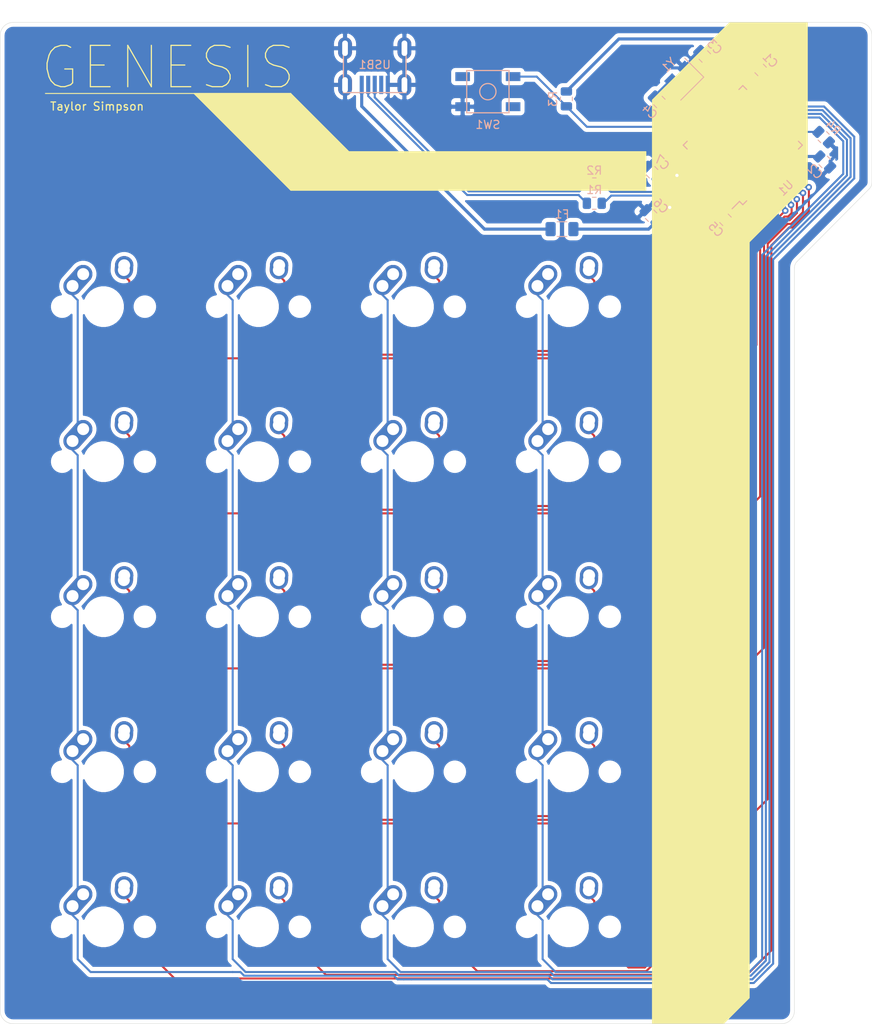
<source format=kicad_pcb>
(kicad_pcb (version 20171130) (host pcbnew "(5.1.9)-1")
  (layers (0 F.Cu signal) (31 B.Cu signal) (34 B.Paste user) (35 F.Paste user) (36 B.SilkS user) (37 F.SilkS user hide) (38 B.Mask user) (39 F.Mask user) (44 Edge.Cuts user))
  (net 0 "")
  (net 1 GND)
  (net 2 +5V)
  (net 3 "Net-(C3-Pad1)")
  (net 4 "Net-(C4-Pad1)")
  (net 5 "Net-(C7-Pad1)")
  (net 6 "Net-(D1-Pad2)")
  (net 7 ROW0)
  (net 8 "Net-(D2-Pad2)")
  (net 9 ROW1)
  (net 10 "Net-(D3-Pad2)")
  (net 11 ROW2)
  (net 12 "Net-(D4-Pad2)")
  (net 13 ROW3)
  (net 14 "Net-(D5-Pad2)")
  (net 15 ROW4)
  (net 16 "Net-(D6-Pad2)")
  (net 17 "Net-(D7-Pad2)")
  (net 18 "Net-(D8-Pad2)")
  (net 19 "Net-(D9-Pad2)")
  (net 20 "Net-(D10-Pad2)")
  (net 21 "Net-(D11-Pad2)")
  (net 22 "Net-(D12-Pad2)")
  (net 23 "Net-(D13-Pad2)")
  (net 24 "Net-(D14-Pad2)")
  (net 25 "Net-(D15-Pad2)")
  (net 26 "Net-(D16-Pad2)")
  (net 27 "Net-(D17-Pad2)")
  (net 28 "Net-(D18-Pad2)")
  (net 29 "Net-(D19-Pad2)")
  (net 30 "Net-(D20-Pad2)")
  (net 31 VCC)
  (net 32 COL0)
  (net 33 COL1)
  (net 34 COL2)
  (net 35 COL3)
  (net 36 D-)
  (net 37 "Net-(R1-Pad1)")
  (net 38 D+)
  (net 39 "Net-(R2-Pad1)")
  (net 40 "Net-(R3-Pad2)")
  (net 41 "Net-(R4-Pad2)")
  (net 42 "Net-(U1-Pad42)")
  (net 43 "Net-(U1-Pad36)")
  (net 44 "Net-(U1-Pad27)")
  (net 45 "Net-(U1-Pad26)")
  (net 46 "Net-(U1-Pad25)")
  (net 47 "Net-(U1-Pad22)")
  (net 48 "Net-(U1-Pad21)")
  (net 49 "Net-(U1-Pad20)")
  (net 50 "Net-(U1-Pad19)")
  (net 51 "Net-(U1-Pad18)")
  (net 52 "Net-(U1-Pad1)")
  (net 53 "Net-(USB1-Pad2)")
  (net 54 "Net-(U1-Pad28)")
  (net 55 "Net-(U1-Pad12)")
  (net 56 "Net-(U1-Pad11)")
  (net 57 "Net-(U1-Pad10)")
  (net 58 "Net-(U1-Pad9)")
  (net 59 "Net-(U1-Pad8)")
  (module Crystal:Crystal_SMD_3225-4Pin_3.2x2.5mm (layer B.Cu) (at 115.651642 26.021277 225)
    (fp_text reference Y1 (at 0 2.45 45) (layer B.SilkS) (effects (justify mirror)))
    (fp_text value 16MHz)
    (pad 4 smd rect (at -1.1 0.85 225) (size 1.4 1.2) (layers B.Cu B.Paste B.Mask) (net 1 GND))
    (pad 3 smd rect (at 1.1 0.85 225) (size 1.4 1.2) (layers B.Cu B.Paste B.Mask) (net 4 "Net-(C4-Pad1)"))
    (pad 2 smd rect (at 1.1 -0.85 225) (size 1.4 1.2) (layers B.Cu B.Paste B.Mask) (net 1 GND))
    (pad 1 smd rect (at -1.1 -0.85 225) (size 1.4 1.2) (layers B.Cu B.Paste B.Mask) (net 3 "Net-(C3-Pad1)"))
  )
  (module random-keyboard-parts:Molex-0548190589 (layer B.Cu) (at 77.7875 22.225 270)
    (fp_text reference USB1 (at 2.032 0) (layer B.SilkS) (effects (justify mirror)))
    (fp_text value Molex-0548190589)
    (pad 6 thru_hole oval (at 0 3.65 270) (size 2.7 1.7) (drill oval 1.9 0.7) (layers *.Cu *.Mask) (net 1 GND))
    (pad 6 thru_hole oval (at 0 -3.65 270) (size 2.7 1.7) (drill oval 1.9 0.7) (layers *.Cu *.Mask) (net 1 GND))
    (pad 6 thru_hole oval (at 4.5 -3.65 270) (size 2.7 1.7) (drill oval 1.9 0.7) (layers *.Cu *.Mask) (net 1 GND))
    (pad 6 thru_hole oval (at 4.5 3.65 270) (size 2.7 1.7) (drill oval 1.9 0.7) (layers *.Cu *.Mask) (net 1 GND))
    (pad 5 smd rect (at 4.5 1.6 270) (size 2.25 0.5) (layers B.Cu B.Paste B.Mask) (net 31 VCC))
    (pad 4 smd rect (at 4.5 0.8 270) (size 2.25 0.5) (layers B.Cu B.Paste B.Mask) (net 36 D-))
    (pad 3 smd rect (at 4.5 0 270) (size 2.25 0.5) (layers B.Cu B.Paste B.Mask) (net 38 D+))
    (pad 2 smd rect (at 4.5 -0.8 270) (size 2.25 0.5) (layers B.Cu B.Paste B.Mask) (net 53 "Net-(USB1-Pad2)"))
    (pad 1 smd rect (at 4.5 -1.6 270) (size 2.25 0.5) (layers B.Cu B.Paste B.Mask) (net 1 GND))
  )
  (module Package_QFP:TQFP-44_10x10mm_P0.8mm (layer B.Cu) (at 123.03125 34.13125 45)
    (fp_text reference U1 (at 0 7.450001 225) (layer B.SilkS) (effects (justify mirror)))
    (fp_text value ATmega32U4-AU)
    (pad 44 smd rect (at -4 5.7 315) (size 1.5 0.55) (layers B.Cu B.Paste B.Mask) (net 2 +5V))
    (pad 43 smd rect (at -3.2 5.7 315) (size 1.5 0.55) (layers B.Cu B.Paste B.Mask) (net 1 GND))
    (pad 42 smd rect (at -2.4 5.7 315) (size 1.5 0.55) (layers B.Cu B.Paste B.Mask) (net 42 "Net-(U1-Pad42)"))
    (pad 41 smd rect (at -1.6 5.7 315) (size 1.5 0.55) (layers B.Cu B.Paste B.Mask) (net 7 ROW0))
    (pad 40 smd rect (at -0.8 5.7 315) (size 1.5 0.55) (layers B.Cu B.Paste B.Mask) (net 9 ROW1))
    (pad 39 smd rect (at 0 5.7 315) (size 1.5 0.55) (layers B.Cu B.Paste B.Mask) (net 11 ROW2))
    (pad 38 smd rect (at 0.8 5.7 315) (size 1.5 0.55) (layers B.Cu B.Paste B.Mask) (net 13 ROW3))
    (pad 37 smd rect (at 1.6 5.7 315) (size 1.5 0.55) (layers B.Cu B.Paste B.Mask) (net 15 ROW4))
    (pad 36 smd rect (at 2.4 5.7 315) (size 1.5 0.55) (layers B.Cu B.Paste B.Mask) (net 43 "Net-(U1-Pad36)"))
    (pad 35 smd rect (at 3.2 5.7 315) (size 1.5 0.55) (layers B.Cu B.Paste B.Mask) (net 1 GND))
    (pad 34 smd rect (at 4 5.7 315) (size 1.5 0.55) (layers B.Cu B.Paste B.Mask) (net 2 +5V))
    (pad 33 smd rect (at 5.7 4 45) (size 1.5 0.55) (layers B.Cu B.Paste B.Mask) (net 41 "Net-(R4-Pad2)"))
    (pad 32 smd rect (at 5.7 3.2 45) (size 1.5 0.55) (layers B.Cu B.Paste B.Mask) (net 35 COL3))
    (pad 31 smd rect (at 5.7 2.4 45) (size 1.5 0.55) (layers B.Cu B.Paste B.Mask) (net 34 COL2))
    (pad 30 smd rect (at 5.7 1.6 45) (size 1.5 0.55) (layers B.Cu B.Paste B.Mask) (net 33 COL1))
    (pad 29 smd rect (at 5.7 0.8 45) (size 1.5 0.55) (layers B.Cu B.Paste B.Mask) (net 32 COL0))
    (pad 28 smd rect (at 5.7 0 45) (size 1.5 0.55) (layers B.Cu B.Paste B.Mask) (net 54 "Net-(U1-Pad28)"))
    (pad 27 smd rect (at 5.7 -0.8 45) (size 1.5 0.55) (layers B.Cu B.Paste B.Mask) (net 44 "Net-(U1-Pad27)"))
    (pad 26 smd rect (at 5.7 -1.6 45) (size 1.5 0.55) (layers B.Cu B.Paste B.Mask) (net 45 "Net-(U1-Pad26)"))
    (pad 25 smd rect (at 5.7 -2.4 45) (size 1.5 0.55) (layers B.Cu B.Paste B.Mask) (net 46 "Net-(U1-Pad25)"))
    (pad 24 smd rect (at 5.7 -3.2 45) (size 1.5 0.55) (layers B.Cu B.Paste B.Mask) (net 2 +5V))
    (pad 23 smd rect (at 5.7 -4 45) (size 1.5 0.55) (layers B.Cu B.Paste B.Mask) (net 1 GND))
    (pad 22 smd rect (at 4 -5.7 315) (size 1.5 0.55) (layers B.Cu B.Paste B.Mask) (net 47 "Net-(U1-Pad22)"))
    (pad 21 smd rect (at 3.2 -5.7 315) (size 1.5 0.55) (layers B.Cu B.Paste B.Mask) (net 48 "Net-(U1-Pad21)"))
    (pad 20 smd rect (at 2.4 -5.7 315) (size 1.5 0.55) (layers B.Cu B.Paste B.Mask) (net 49 "Net-(U1-Pad20)"))
    (pad 19 smd rect (at 1.6 -5.7 315) (size 1.5 0.55) (layers B.Cu B.Paste B.Mask) (net 50 "Net-(U1-Pad19)"))
    (pad 18 smd rect (at 0.8 -5.7 315) (size 1.5 0.55) (layers B.Cu B.Paste B.Mask) (net 51 "Net-(U1-Pad18)"))
    (pad 17 smd rect (at 0 -5.7 315) (size 1.5 0.55) (layers B.Cu B.Paste B.Mask) (net 3 "Net-(C3-Pad1)"))
    (pad 16 smd rect (at -0.8 -5.7 315) (size 1.5 0.55) (layers B.Cu B.Paste B.Mask) (net 4 "Net-(C4-Pad1)"))
    (pad 15 smd rect (at -1.6 -5.7 315) (size 1.5 0.55) (layers B.Cu B.Paste B.Mask) (net 1 GND))
    (pad 14 smd rect (at -2.4 -5.7 315) (size 1.5 0.55) (layers B.Cu B.Paste B.Mask) (net 2 +5V))
    (pad 13 smd rect (at -3.2 -5.7 315) (size 1.5 0.55) (layers B.Cu B.Paste B.Mask) (net 40 "Net-(R3-Pad2)"))
    (pad 12 smd rect (at -4 -5.7 315) (size 1.5 0.55) (layers B.Cu B.Paste B.Mask) (net 55 "Net-(U1-Pad12)"))
    (pad 11 smd rect (at -5.7 -4 45) (size 1.5 0.55) (layers B.Cu B.Paste B.Mask) (net 56 "Net-(U1-Pad11)"))
    (pad 10 smd rect (at -5.7 -3.2 45) (size 1.5 0.55) (layers B.Cu B.Paste B.Mask) (net 57 "Net-(U1-Pad10)"))
    (pad 9 smd rect (at -5.7 -2.4 45) (size 1.5 0.55) (layers B.Cu B.Paste B.Mask) (net 58 "Net-(U1-Pad9)"))
    (pad 8 smd rect (at -5.7 -1.6 45) (size 1.5 0.55) (layers B.Cu B.Paste B.Mask) (net 59 "Net-(U1-Pad8)"))
    (pad 7 smd rect (at -5.7 -0.8 45) (size 1.5 0.55) (layers B.Cu B.Paste B.Mask) (net 2 +5V))
    (pad 6 smd rect (at -5.7 0 45) (size 1.5 0.55) (layers B.Cu B.Paste B.Mask) (net 5 "Net-(C7-Pad1)"))
    (pad 5 smd rect (at -5.7 0.8 45) (size 1.5 0.55) (layers B.Cu B.Paste B.Mask) (net 1 GND))
    (pad 4 smd rect (at -5.7 1.6 45) (size 1.5 0.55) (layers B.Cu B.Paste B.Mask) (net 39 "Net-(R2-Pad1)"))
    (pad 3 smd rect (at -5.7 2.4 45) (size 1.5 0.55) (layers B.Cu B.Paste B.Mask) (net 37 "Net-(R1-Pad1)"))
    (pad 2 smd rect (at -5.7 3.2 45) (size 1.5 0.55) (layers B.Cu B.Paste B.Mask) (net 2 +5V))
    (pad 1 smd rect (at -5.7 4 45) (size 1.5 0.55) (layers B.Cu B.Paste B.Mask) (net 52 "Net-(U1-Pad1)"))
  )
  (module random-keyboard-parts:SKQG-1155865 (layer B.Cu) (at 91.694 27.559 180)
    (fp_text reference SW1 (at 0 -4.064) (layer B.SilkS) (effects (justify mirror)))
    (fp_text value SW_Push)
    (pad 4 smd rect (at -3.1 -1.85 180) (size 1.8 1.1) (layers B.Cu B.Paste B.Mask))
    (pad 3 smd rect (at 3.1 1.85 180) (size 1.8 1.1) (layers B.Cu B.Paste B.Mask))
    (pad 2 smd rect (at -3.1 1.85 180) (size 1.8 1.1) (layers B.Cu B.Paste B.Mask) (net 40 "Net-(R3-Pad2)"))
    (pad 1 smd rect (at 3.1 -1.85 180) (size 1.8 1.1) (layers B.Cu B.Paste B.Mask) (net 1 GND))
  )
  (module Resistor_SMD:R_0805_2012Metric (layer B.Cu) (at 132.969 33.147 135)
    (fp_text reference R4 (at 0 1.65 135) (layer B.SilkS) (effects (justify mirror)))
    (fp_text value 10k)
    (pad 2 smd roundrect (at 0.9125 0 135) (size 1.025 1.4) (layers B.Cu B.Paste B.Mask) (roundrect_rratio 0.2439014634146341) (net 41 "Net-(R4-Pad2)"))
    (pad 1 smd roundrect (at -0.9125 0 135) (size 1.025 1.4) (layers B.Cu B.Paste B.Mask) (roundrect_rratio 0.2439014634146341) (net 1 GND))
  )
  (module Resistor_SMD:R_0805_2012Metric (layer B.Cu) (at 101.346 28.448 270)
    (fp_text reference R3 (at 0 1.65 90) (layer B.SilkS) (effects (justify mirror)))
    (fp_text value 10k)
    (pad 2 smd roundrect (at 0.9125 0 270) (size 1.025 1.4) (layers B.Cu B.Paste B.Mask) (roundrect_rratio 0.2439014634146341) (net 40 "Net-(R3-Pad2)"))
    (pad 1 smd roundrect (at -0.9125 0 270) (size 1.025 1.4) (layers B.Cu B.Paste B.Mask) (roundrect_rratio 0.2439014634146341) (net 2 +5V))
  )
  (module Resistor_SMD:R_0805_2012Metric (layer B.Cu) (at 104.775 38.89375 180)
    (fp_text reference R2 (at 0 1.65) (layer B.SilkS) (effects (justify mirror)))
    (fp_text value 22)
    (pad 2 smd roundrect (at 0.9125 0 180) (size 1.025 1.4) (layers B.Cu B.Paste B.Mask) (roundrect_rratio 0.2439014634146341) (net 38 D+))
    (pad 1 smd roundrect (at -0.9125 0 180) (size 1.025 1.4) (layers B.Cu B.Paste B.Mask) (roundrect_rratio 0.2439014634146341) (net 39 "Net-(R2-Pad1)"))
  )
  (module Resistor_SMD:R_0805_2012Metric (layer B.Cu) (at 104.775 41.275 180)
    (fp_text reference R1 (at 0 1.65) (layer B.SilkS) (effects (justify mirror)))
    (fp_text value 22)
    (pad 2 smd roundrect (at 0.9125 0 180) (size 1.025 1.4) (layers B.Cu B.Paste B.Mask) (roundrect_rratio 0.2439014634146341) (net 36 D-))
    (pad 1 smd roundrect (at -0.9125 0 180) (size 1.025 1.4) (layers B.Cu B.Paste B.Mask) (roundrect_rratio 0.2439014634146341) (net 37 "Net-(R1-Pad1)"))
  )
  (module MX_Alps_Hybrid:MX-1U-NoLED (layer F.Cu) (at 101.6 130.175)
    (fp_text reference MX20)
    (fp_text value MX-NoLED)
    (pad "" np_thru_hole circle (at 5.08 0 48.0996) (size 1.75 1.75) (drill 1.75) (layers *.Cu *.Mask))
    (pad "" np_thru_hole circle (at -5.08 0 48.0996) (size 1.75 1.75) (drill 1.75) (layers *.Cu *.Mask))
    (pad 1 thru_hole circle (at -2.5 -4) (size 2.25 2.25) (drill 1.47) (layers *.Cu B.Mask) (net 35 COL3))
    (pad "" np_thru_hole circle (at 0 0) (size 3.9878 3.9878) (drill 3.9878) (layers *.Cu *.Mask))
    (pad 1 thru_hole oval (at -3.81 -2.54 48.0996) (size 4.211556 2.25) (drill 1.47 (offset 0.980778 0)) (layers *.Cu B.Mask) (net 35 COL3))
    (pad 2 thru_hole circle (at 2.54 -5.08) (size 2.25 2.25) (drill 1.47) (layers *.Cu B.Mask) (net 30 "Net-(D20-Pad2)"))
    (pad 2 thru_hole oval (at 2.5 -4.5 86.0548) (size 2.831378 2.25) (drill 1.47 (offset 0.290689 0)) (layers *.Cu B.Mask) (net 30 "Net-(D20-Pad2)"))
  )
  (module MX_Alps_Hybrid:MX-1U-NoLED (layer F.Cu) (at 101.6 111.125)
    (fp_text reference MX19)
    (fp_text value MX-NoLED)
    (pad "" np_thru_hole circle (at 5.08 0 48.0996) (size 1.75 1.75) (drill 1.75) (layers *.Cu *.Mask))
    (pad "" np_thru_hole circle (at -5.08 0 48.0996) (size 1.75 1.75) (drill 1.75) (layers *.Cu *.Mask))
    (pad 1 thru_hole circle (at -2.5 -4) (size 2.25 2.25) (drill 1.47) (layers *.Cu B.Mask) (net 35 COL3))
    (pad "" np_thru_hole circle (at 0 0) (size 3.9878 3.9878) (drill 3.9878) (layers *.Cu *.Mask))
    (pad 1 thru_hole oval (at -3.81 -2.54 48.0996) (size 4.211556 2.25) (drill 1.47 (offset 0.980778 0)) (layers *.Cu B.Mask) (net 35 COL3))
    (pad 2 thru_hole circle (at 2.54 -5.08) (size 2.25 2.25) (drill 1.47) (layers *.Cu B.Mask) (net 29 "Net-(D19-Pad2)"))
    (pad 2 thru_hole oval (at 2.5 -4.5 86.0548) (size 2.831378 2.25) (drill 1.47 (offset 0.290689 0)) (layers *.Cu B.Mask) (net 29 "Net-(D19-Pad2)"))
  )
  (module MX_Alps_Hybrid:MX-1U-NoLED (layer F.Cu) (at 101.6 92.075)
    (fp_text reference MX18)
    (fp_text value MX-NoLED)
    (pad "" np_thru_hole circle (at 5.08 0 48.0996) (size 1.75 1.75) (drill 1.75) (layers *.Cu *.Mask))
    (pad "" np_thru_hole circle (at -5.08 0 48.0996) (size 1.75 1.75) (drill 1.75) (layers *.Cu *.Mask))
    (pad 1 thru_hole circle (at -2.5 -4) (size 2.25 2.25) (drill 1.47) (layers *.Cu B.Mask) (net 35 COL3))
    (pad "" np_thru_hole circle (at 0 0) (size 3.9878 3.9878) (drill 3.9878) (layers *.Cu *.Mask))
    (pad 1 thru_hole oval (at -3.81 -2.54 48.0996) (size 4.211556 2.25) (drill 1.47 (offset 0.980778 0)) (layers *.Cu B.Mask) (net 35 COL3))
    (pad 2 thru_hole circle (at 2.54 -5.08) (size 2.25 2.25) (drill 1.47) (layers *.Cu B.Mask) (net 28 "Net-(D18-Pad2)"))
    (pad 2 thru_hole oval (at 2.5 -4.5 86.0548) (size 2.831378 2.25) (drill 1.47 (offset 0.290689 0)) (layers *.Cu B.Mask) (net 28 "Net-(D18-Pad2)"))
  )
  (module MX_Alps_Hybrid:MX-1U-NoLED (layer F.Cu) (at 101.6 73.025)
    (fp_text reference MX17)
    (fp_text value MX-NoLED)
    (pad "" np_thru_hole circle (at 5.08 0 48.0996) (size 1.75 1.75) (drill 1.75) (layers *.Cu *.Mask))
    (pad "" np_thru_hole circle (at -5.08 0 48.0996) (size 1.75 1.75) (drill 1.75) (layers *.Cu *.Mask))
    (pad 1 thru_hole circle (at -2.5 -4) (size 2.25 2.25) (drill 1.47) (layers *.Cu B.Mask) (net 35 COL3))
    (pad "" np_thru_hole circle (at 0 0) (size 3.9878 3.9878) (drill 3.9878) (layers *.Cu *.Mask))
    (pad 1 thru_hole oval (at -3.81 -2.54 48.0996) (size 4.211556 2.25) (drill 1.47 (offset 0.980778 0)) (layers *.Cu B.Mask) (net 35 COL3))
    (pad 2 thru_hole circle (at 2.54 -5.08) (size 2.25 2.25) (drill 1.47) (layers *.Cu B.Mask) (net 27 "Net-(D17-Pad2)"))
    (pad 2 thru_hole oval (at 2.5 -4.5 86.0548) (size 2.831378 2.25) (drill 1.47 (offset 0.290689 0)) (layers *.Cu B.Mask) (net 27 "Net-(D17-Pad2)"))
  )
  (module MX_Alps_Hybrid:MX-1U-NoLED (layer F.Cu) (at 101.6 53.975)
    (fp_text reference MX16)
    (fp_text value MX-NoLED)
    (pad "" np_thru_hole circle (at 5.08 0 48.0996) (size 1.75 1.75) (drill 1.75) (layers *.Cu *.Mask))
    (pad "" np_thru_hole circle (at -5.08 0 48.0996) (size 1.75 1.75) (drill 1.75) (layers *.Cu *.Mask))
    (pad 1 thru_hole circle (at -2.5 -4) (size 2.25 2.25) (drill 1.47) (layers *.Cu B.Mask) (net 35 COL3))
    (pad "" np_thru_hole circle (at 0 0) (size 3.9878 3.9878) (drill 3.9878) (layers *.Cu *.Mask))
    (pad 1 thru_hole oval (at -3.81 -2.54 48.0996) (size 4.211556 2.25) (drill 1.47 (offset 0.980778 0)) (layers *.Cu B.Mask) (net 35 COL3))
    (pad 2 thru_hole circle (at 2.54 -5.08) (size 2.25 2.25) (drill 1.47) (layers *.Cu B.Mask) (net 26 "Net-(D16-Pad2)"))
    (pad 2 thru_hole oval (at 2.5 -4.5 86.0548) (size 2.831378 2.25) (drill 1.47 (offset 0.290689 0)) (layers *.Cu B.Mask) (net 26 "Net-(D16-Pad2)"))
  )
  (module MX_Alps_Hybrid:MX-1U-NoLED (layer F.Cu) (at 82.55 130.175)
    (fp_text reference MX15)
    (fp_text value MX-NoLED)
    (pad "" np_thru_hole circle (at 5.08 0 48.0996) (size 1.75 1.75) (drill 1.75) (layers *.Cu *.Mask))
    (pad "" np_thru_hole circle (at -5.08 0 48.0996) (size 1.75 1.75) (drill 1.75) (layers *.Cu *.Mask))
    (pad 1 thru_hole circle (at -2.5 -4) (size 2.25 2.25) (drill 1.47) (layers *.Cu B.Mask) (net 34 COL2))
    (pad "" np_thru_hole circle (at 0 0) (size 3.9878 3.9878) (drill 3.9878) (layers *.Cu *.Mask))
    (pad 1 thru_hole oval (at -3.81 -2.54 48.0996) (size 4.211556 2.25) (drill 1.47 (offset 0.980778 0)) (layers *.Cu B.Mask) (net 34 COL2))
    (pad 2 thru_hole circle (at 2.54 -5.08) (size 2.25 2.25) (drill 1.47) (layers *.Cu B.Mask) (net 25 "Net-(D15-Pad2)"))
    (pad 2 thru_hole oval (at 2.5 -4.5 86.0548) (size 2.831378 2.25) (drill 1.47 (offset 0.290689 0)) (layers *.Cu B.Mask) (net 25 "Net-(D15-Pad2)"))
  )
  (module MX_Alps_Hybrid:MX-1U-NoLED (layer F.Cu) (at 82.55 111.125)
    (fp_text reference MX14)
    (fp_text value MX-NoLED)
    (pad "" np_thru_hole circle (at 5.08 0 48.0996) (size 1.75 1.75) (drill 1.75) (layers *.Cu *.Mask))
    (pad "" np_thru_hole circle (at -5.08 0 48.0996) (size 1.75 1.75) (drill 1.75) (layers *.Cu *.Mask))
    (pad 1 thru_hole circle (at -2.5 -4) (size 2.25 2.25) (drill 1.47) (layers *.Cu B.Mask) (net 34 COL2))
    (pad "" np_thru_hole circle (at 0 0) (size 3.9878 3.9878) (drill 3.9878) (layers *.Cu *.Mask))
    (pad 1 thru_hole oval (at -3.81 -2.54 48.0996) (size 4.211556 2.25) (drill 1.47 (offset 0.980778 0)) (layers *.Cu B.Mask) (net 34 COL2))
    (pad 2 thru_hole circle (at 2.54 -5.08) (size 2.25 2.25) (drill 1.47) (layers *.Cu B.Mask) (net 24 "Net-(D14-Pad2)"))
    (pad 2 thru_hole oval (at 2.5 -4.5 86.0548) (size 2.831378 2.25) (drill 1.47 (offset 0.290689 0)) (layers *.Cu B.Mask) (net 24 "Net-(D14-Pad2)"))
  )
  (module MX_Alps_Hybrid:MX-1U-NoLED (layer F.Cu) (at 82.55 92.075)
    (fp_text reference MX13)
    (fp_text value MX-NoLED)
    (pad "" np_thru_hole circle (at 5.08 0 48.0996) (size 1.75 1.75) (drill 1.75) (layers *.Cu *.Mask))
    (pad "" np_thru_hole circle (at -5.08 0 48.0996) (size 1.75 1.75) (drill 1.75) (layers *.Cu *.Mask))
    (pad 1 thru_hole circle (at -2.5 -4) (size 2.25 2.25) (drill 1.47) (layers *.Cu B.Mask) (net 34 COL2))
    (pad "" np_thru_hole circle (at 0 0) (size 3.9878 3.9878) (drill 3.9878) (layers *.Cu *.Mask))
    (pad 1 thru_hole oval (at -3.81 -2.54 48.0996) (size 4.211556 2.25) (drill 1.47 (offset 0.980778 0)) (layers *.Cu B.Mask) (net 34 COL2))
    (pad 2 thru_hole circle (at 2.54 -5.08) (size 2.25 2.25) (drill 1.47) (layers *.Cu B.Mask) (net 23 "Net-(D13-Pad2)"))
    (pad 2 thru_hole oval (at 2.5 -4.5 86.0548) (size 2.831378 2.25) (drill 1.47 (offset 0.290689 0)) (layers *.Cu B.Mask) (net 23 "Net-(D13-Pad2)"))
  )
  (module MX_Alps_Hybrid:MX-1U-NoLED (layer F.Cu) (at 82.55 73.025)
    (fp_text reference MX12)
    (fp_text value MX-NoLED)
    (pad "" np_thru_hole circle (at 5.08 0 48.0996) (size 1.75 1.75) (drill 1.75) (layers *.Cu *.Mask))
    (pad "" np_thru_hole circle (at -5.08 0 48.0996) (size 1.75 1.75) (drill 1.75) (layers *.Cu *.Mask))
    (pad 1 thru_hole circle (at -2.5 -4) (size 2.25 2.25) (drill 1.47) (layers *.Cu B.Mask) (net 34 COL2))
    (pad "" np_thru_hole circle (at 0 0) (size 3.9878 3.9878) (drill 3.9878) (layers *.Cu *.Mask))
    (pad 1 thru_hole oval (at -3.81 -2.54 48.0996) (size 4.211556 2.25) (drill 1.47 (offset 0.980778 0)) (layers *.Cu B.Mask) (net 34 COL2))
    (pad 2 thru_hole circle (at 2.54 -5.08) (size 2.25 2.25) (drill 1.47) (layers *.Cu B.Mask) (net 22 "Net-(D12-Pad2)"))
    (pad 2 thru_hole oval (at 2.5 -4.5 86.0548) (size 2.831378 2.25) (drill 1.47 (offset 0.290689 0)) (layers *.Cu B.Mask) (net 22 "Net-(D12-Pad2)"))
  )
  (module MX_Alps_Hybrid:MX-1U-NoLED (layer F.Cu) (at 82.55 53.975)
    (fp_text reference MX11)
    (fp_text value MX-NoLED)
    (pad "" np_thru_hole circle (at 5.08 0 48.0996) (size 1.75 1.75) (drill 1.75) (layers *.Cu *.Mask))
    (pad "" np_thru_hole circle (at -5.08 0 48.0996) (size 1.75 1.75) (drill 1.75) (layers *.Cu *.Mask))
    (pad 1 thru_hole circle (at -2.5 -4) (size 2.25 2.25) (drill 1.47) (layers *.Cu B.Mask) (net 34 COL2))
    (pad "" np_thru_hole circle (at 0 0) (size 3.9878 3.9878) (drill 3.9878) (layers *.Cu *.Mask))
    (pad 1 thru_hole oval (at -3.81 -2.54 48.0996) (size 4.211556 2.25) (drill 1.47 (offset 0.980778 0)) (layers *.Cu B.Mask) (net 34 COL2))
    (pad 2 thru_hole circle (at 2.54 -5.08) (size 2.25 2.25) (drill 1.47) (layers *.Cu B.Mask) (net 21 "Net-(D11-Pad2)"))
    (pad 2 thru_hole oval (at 2.5 -4.5 86.0548) (size 2.831378 2.25) (drill 1.47 (offset 0.290689 0)) (layers *.Cu B.Mask) (net 21 "Net-(D11-Pad2)"))
  )
  (module MX_Alps_Hybrid:MX-1U-NoLED (layer F.Cu) (at 63.5 130.175)
    (fp_text reference MX10)
    (fp_text value MX-NoLED)
    (pad "" np_thru_hole circle (at 5.08 0 48.0996) (size 1.75 1.75) (drill 1.75) (layers *.Cu *.Mask))
    (pad "" np_thru_hole circle (at -5.08 0 48.0996) (size 1.75 1.75) (drill 1.75) (layers *.Cu *.Mask))
    (pad 1 thru_hole circle (at -2.5 -4) (size 2.25 2.25) (drill 1.47) (layers *.Cu B.Mask) (net 33 COL1))
    (pad "" np_thru_hole circle (at 0 0) (size 3.9878 3.9878) (drill 3.9878) (layers *.Cu *.Mask))
    (pad 1 thru_hole oval (at -3.81 -2.54 48.0996) (size 4.211556 2.25) (drill 1.47 (offset 0.980778 0)) (layers *.Cu B.Mask) (net 33 COL1))
    (pad 2 thru_hole circle (at 2.54 -5.08) (size 2.25 2.25) (drill 1.47) (layers *.Cu B.Mask) (net 20 "Net-(D10-Pad2)"))
    (pad 2 thru_hole oval (at 2.5 -4.5 86.0548) (size 2.831378 2.25) (drill 1.47 (offset 0.290689 0)) (layers *.Cu B.Mask) (net 20 "Net-(D10-Pad2)"))
  )
  (module MX_Alps_Hybrid:MX-1U-NoLED (layer F.Cu) (at 63.5 111.125)
    (fp_text reference MX9)
    (fp_text value MX-NoLED)
    (pad "" np_thru_hole circle (at 5.08 0 48.0996) (size 1.75 1.75) (drill 1.75) (layers *.Cu *.Mask))
    (pad "" np_thru_hole circle (at -5.08 0 48.0996) (size 1.75 1.75) (drill 1.75) (layers *.Cu *.Mask))
    (pad 1 thru_hole circle (at -2.5 -4) (size 2.25 2.25) (drill 1.47) (layers *.Cu B.Mask) (net 33 COL1))
    (pad "" np_thru_hole circle (at 0 0) (size 3.9878 3.9878) (drill 3.9878) (layers *.Cu *.Mask))
    (pad 1 thru_hole oval (at -3.81 -2.54 48.0996) (size 4.211556 2.25) (drill 1.47 (offset 0.980778 0)) (layers *.Cu B.Mask) (net 33 COL1))
    (pad 2 thru_hole circle (at 2.54 -5.08) (size 2.25 2.25) (drill 1.47) (layers *.Cu B.Mask) (net 19 "Net-(D9-Pad2)"))
    (pad 2 thru_hole oval (at 2.5 -4.5 86.0548) (size 2.831378 2.25) (drill 1.47 (offset 0.290689 0)) (layers *.Cu B.Mask) (net 19 "Net-(D9-Pad2)"))
  )
  (module MX_Alps_Hybrid:MX-1U-NoLED (layer F.Cu) (at 63.5 92.075)
    (fp_text reference MX8)
    (fp_text value MX-NoLED)
    (pad "" np_thru_hole circle (at 5.08 0 48.0996) (size 1.75 1.75) (drill 1.75) (layers *.Cu *.Mask))
    (pad "" np_thru_hole circle (at -5.08 0 48.0996) (size 1.75 1.75) (drill 1.75) (layers *.Cu *.Mask))
    (pad 1 thru_hole circle (at -2.5 -4) (size 2.25 2.25) (drill 1.47) (layers *.Cu B.Mask) (net 33 COL1))
    (pad "" np_thru_hole circle (at 0 0) (size 3.9878 3.9878) (drill 3.9878) (layers *.Cu *.Mask))
    (pad 1 thru_hole oval (at -3.81 -2.54 48.0996) (size 4.211556 2.25) (drill 1.47 (offset 0.980778 0)) (layers *.Cu B.Mask) (net 33 COL1))
    (pad 2 thru_hole circle (at 2.54 -5.08) (size 2.25 2.25) (drill 1.47) (layers *.Cu B.Mask) (net 18 "Net-(D8-Pad2)"))
    (pad 2 thru_hole oval (at 2.5 -4.5 86.0548) (size 2.831378 2.25) (drill 1.47 (offset 0.290689 0)) (layers *.Cu B.Mask) (net 18 "Net-(D8-Pad2)"))
  )
  (module MX_Alps_Hybrid:MX-1U-NoLED (layer F.Cu) (at 63.5 73.025)
    (fp_text reference MX7)
    (fp_text value MX-NoLED)
    (pad "" np_thru_hole circle (at 5.08 0 48.0996) (size 1.75 1.75) (drill 1.75) (layers *.Cu *.Mask))
    (pad "" np_thru_hole circle (at -5.08 0 48.0996) (size 1.75 1.75) (drill 1.75) (layers *.Cu *.Mask))
    (pad 1 thru_hole circle (at -2.5 -4) (size 2.25 2.25) (drill 1.47) (layers *.Cu B.Mask) (net 33 COL1))
    (pad "" np_thru_hole circle (at 0 0) (size 3.9878 3.9878) (drill 3.9878) (layers *.Cu *.Mask))
    (pad 1 thru_hole oval (at -3.81 -2.54 48.0996) (size 4.211556 2.25) (drill 1.47 (offset 0.980778 0)) (layers *.Cu B.Mask) (net 33 COL1))
    (pad 2 thru_hole circle (at 2.54 -5.08) (size 2.25 2.25) (drill 1.47) (layers *.Cu B.Mask) (net 17 "Net-(D7-Pad2)"))
    (pad 2 thru_hole oval (at 2.5 -4.5 86.0548) (size 2.831378 2.25) (drill 1.47 (offset 0.290689 0)) (layers *.Cu B.Mask) (net 17 "Net-(D7-Pad2)"))
  )
  (module MX_Alps_Hybrid:MX-1U-NoLED (layer F.Cu) (at 63.5 53.975)
    (fp_text reference MX6)
    (fp_text value MX-NoLED)
    (pad "" np_thru_hole circle (at 5.08 0 48.0996) (size 1.75 1.75) (drill 1.75) (layers *.Cu *.Mask))
    (pad "" np_thru_hole circle (at -5.08 0 48.0996) (size 1.75 1.75) (drill 1.75) (layers *.Cu *.Mask))
    (pad 1 thru_hole circle (at -2.5 -4) (size 2.25 2.25) (drill 1.47) (layers *.Cu B.Mask) (net 33 COL1))
    (pad "" np_thru_hole circle (at 0 0) (size 3.9878 3.9878) (drill 3.9878) (layers *.Cu *.Mask))
    (pad 1 thru_hole oval (at -3.81 -2.54 48.0996) (size 4.211556 2.25) (drill 1.47 (offset 0.980778 0)) (layers *.Cu B.Mask) (net 33 COL1))
    (pad 2 thru_hole circle (at 2.54 -5.08) (size 2.25 2.25) (drill 1.47) (layers *.Cu B.Mask) (net 16 "Net-(D6-Pad2)"))
    (pad 2 thru_hole oval (at 2.5 -4.5 86.0548) (size 2.831378 2.25) (drill 1.47 (offset 0.290689 0)) (layers *.Cu B.Mask) (net 16 "Net-(D6-Pad2)"))
  )
  (module MX_Alps_Hybrid:MX-1U-NoLED (layer F.Cu) (at 44.45 130.175)
    (fp_text reference MX5)
    (fp_text value MX-NoLED)
    (pad "" np_thru_hole circle (at 5.08 0 48.0996) (size 1.75 1.75) (drill 1.75) (layers *.Cu *.Mask))
    (pad "" np_thru_hole circle (at -5.08 0 48.0996) (size 1.75 1.75) (drill 1.75) (layers *.Cu *.Mask))
    (pad 1 thru_hole circle (at -2.5 -4) (size 2.25 2.25) (drill 1.47) (layers *.Cu B.Mask) (net 32 COL0))
    (pad "" np_thru_hole circle (at 0 0) (size 3.9878 3.9878) (drill 3.9878) (layers *.Cu *.Mask))
    (pad 1 thru_hole oval (at -3.81 -2.54 48.0996) (size 4.211556 2.25) (drill 1.47 (offset 0.980778 0)) (layers *.Cu B.Mask) (net 32 COL0))
    (pad 2 thru_hole circle (at 2.54 -5.08) (size 2.25 2.25) (drill 1.47) (layers *.Cu B.Mask) (net 14 "Net-(D5-Pad2)"))
    (pad 2 thru_hole oval (at 2.5 -4.5 86.0548) (size 2.831378 2.25) (drill 1.47 (offset 0.290689 0)) (layers *.Cu B.Mask) (net 14 "Net-(D5-Pad2)"))
  )
  (module MX_Alps_Hybrid:MX-1U-NoLED (layer F.Cu) (at 44.45 111.125)
    (fp_text reference MX4)
    (fp_text value MX-NoLED)
    (pad "" np_thru_hole circle (at 5.08 0 48.0996) (size 1.75 1.75) (drill 1.75) (layers *.Cu *.Mask))
    (pad "" np_thru_hole circle (at -5.08 0 48.0996) (size 1.75 1.75) (drill 1.75) (layers *.Cu *.Mask))
    (pad 1 thru_hole circle (at -2.5 -4) (size 2.25 2.25) (drill 1.47) (layers *.Cu B.Mask) (net 32 COL0))
    (pad "" np_thru_hole circle (at 0 0) (size 3.9878 3.9878) (drill 3.9878) (layers *.Cu *.Mask))
    (pad 1 thru_hole oval (at -3.81 -2.54 48.0996) (size 4.211556 2.25) (drill 1.47 (offset 0.980778 0)) (layers *.Cu B.Mask) (net 32 COL0))
    (pad 2 thru_hole circle (at 2.54 -5.08) (size 2.25 2.25) (drill 1.47) (layers *.Cu B.Mask) (net 12 "Net-(D4-Pad2)"))
    (pad 2 thru_hole oval (at 2.5 -4.5 86.0548) (size 2.831378 2.25) (drill 1.47 (offset 0.290689 0)) (layers *.Cu B.Mask) (net 12 "Net-(D4-Pad2)"))
  )
  (module MX_Alps_Hybrid:MX-1U-NoLED (layer F.Cu) (at 44.45 92.075)
    (fp_text reference MX3)
    (fp_text value MX-NoLED)
    (pad "" np_thru_hole circle (at 5.08 0 48.0996) (size 1.75 1.75) (drill 1.75) (layers *.Cu *.Mask))
    (pad "" np_thru_hole circle (at -5.08 0 48.0996) (size 1.75 1.75) (drill 1.75) (layers *.Cu *.Mask))
    (pad 1 thru_hole circle (at -2.5 -4) (size 2.25 2.25) (drill 1.47) (layers *.Cu B.Mask) (net 32 COL0))
    (pad "" np_thru_hole circle (at 0 0) (size 3.9878 3.9878) (drill 3.9878) (layers *.Cu *.Mask))
    (pad 1 thru_hole oval (at -3.81 -2.54 48.0996) (size 4.211556 2.25) (drill 1.47 (offset 0.980778 0)) (layers *.Cu B.Mask) (net 32 COL0))
    (pad 2 thru_hole circle (at 2.54 -5.08) (size 2.25 2.25) (drill 1.47) (layers *.Cu B.Mask) (net 10 "Net-(D3-Pad2)"))
    (pad 2 thru_hole oval (at 2.5 -4.5 86.0548) (size 2.831378 2.25) (drill 1.47 (offset 0.290689 0)) (layers *.Cu B.Mask) (net 10 "Net-(D3-Pad2)"))
  )
  (module MX_Alps_Hybrid:MX-1U-NoLED (layer F.Cu) (at 44.45 73.025)
    (fp_text reference MX2)
    (fp_text value MX-NoLED)
    (pad "" np_thru_hole circle (at 5.08 0 48.0996) (size 1.75 1.75) (drill 1.75) (layers *.Cu *.Mask))
    (pad "" np_thru_hole circle (at -5.08 0 48.0996) (size 1.75 1.75) (drill 1.75) (layers *.Cu *.Mask))
    (pad 1 thru_hole circle (at -2.5 -4) (size 2.25 2.25) (drill 1.47) (layers *.Cu B.Mask) (net 32 COL0))
    (pad "" np_thru_hole circle (at 0 0) (size 3.9878 3.9878) (drill 3.9878) (layers *.Cu *.Mask))
    (pad 1 thru_hole oval (at -3.81 -2.54 48.0996) (size 4.211556 2.25) (drill 1.47 (offset 0.980778 0)) (layers *.Cu B.Mask) (net 32 COL0))
    (pad 2 thru_hole circle (at 2.54 -5.08) (size 2.25 2.25) (drill 1.47) (layers *.Cu B.Mask) (net 8 "Net-(D2-Pad2)"))
    (pad 2 thru_hole oval (at 2.5 -4.5 86.0548) (size 2.831378 2.25) (drill 1.47 (offset 0.290689 0)) (layers *.Cu B.Mask) (net 8 "Net-(D2-Pad2)"))
  )
  (module MX_Alps_Hybrid:MX-1U-NoLED (layer F.Cu) (at 44.45 53.975)
    (fp_text reference MX1)
    (fp_text value MX-NoLED)
    (pad "" np_thru_hole circle (at 5.08 0 48.0996) (size 1.75 1.75) (drill 1.75) (layers *.Cu *.Mask))
    (pad "" np_thru_hole circle (at -5.08 0 48.0996) (size 1.75 1.75) (drill 1.75) (layers *.Cu *.Mask))
    (pad 1 thru_hole circle (at -2.5 -4) (size 2.25 2.25) (drill 1.47) (layers *.Cu B.Mask) (net 32 COL0))
    (pad "" np_thru_hole circle (at 0 0) (size 3.9878 3.9878) (drill 3.9878) (layers *.Cu *.Mask))
    (pad 1 thru_hole oval (at -3.81 -2.54 48.0996) (size 4.211556 2.25) (drill 1.47 (offset 0.980778 0)) (layers *.Cu B.Mask) (net 32 COL0))
    (pad 2 thru_hole circle (at 2.54 -5.08) (size 2.25 2.25) (drill 1.47) (layers *.Cu B.Mask) (net 6 "Net-(D1-Pad2)"))
    (pad 2 thru_hole oval (at 2.5 -4.5 86.0548) (size 2.831378 2.25) (drill 1.47 (offset 0.290689 0)) (layers *.Cu B.Mask) (net 6 "Net-(D1-Pad2)"))
  )
  (module Fuse:Fuse_1206_3216Metric (layer B.Cu) (at 100.80625 44.45 180)
    (fp_text reference F1 (at 0 1.82) (layer B.SilkS) (effects (justify mirror)))
    (fp_text value 500mA)
    (pad 2 smd roundrect (at 1.4 0 180) (size 1.25 1.75) (layers B.Cu B.Paste B.Mask) (roundrect_rratio 0.2) (net 31 VCC))
    (pad 1 smd roundrect (at -1.4 0 180) (size 1.25 1.75) (layers B.Cu B.Paste B.Mask) (roundrect_rratio 0.2) (net 2 +5V))
  )
  (module Diode_SMD:D_SOD-123 (layer F.Cu) (at 114.3 129.38125 180)
    (fp_text reference D20 (at 0 -2) (layer F.SilkS))
    (fp_text value D_Small)
    (pad 2 smd rect (at 1.65 0 180) (size 0.9 1.2) (layers F.Cu F.Paste F.Mask) (net 30 "Net-(D20-Pad2)"))
    (pad 1 smd rect (at -1.65 0 180) (size 0.9 1.2) (layers F.Cu F.Paste F.Mask) (net 15 ROW4))
  )
  (module Diode_SMD:D_SOD-123 (layer F.Cu) (at 114.3 110.33125 180)
    (fp_text reference D19 (at 0 -2) (layer F.SilkS))
    (fp_text value D_Small)
    (pad 2 smd rect (at 1.65 0 180) (size 0.9 1.2) (layers F.Cu F.Paste F.Mask) (net 29 "Net-(D19-Pad2)"))
    (pad 1 smd rect (at -1.65 0 180) (size 0.9 1.2) (layers F.Cu F.Paste F.Mask) (net 13 ROW3))
  )
  (module Diode_SMD:D_SOD-123 (layer F.Cu) (at 114.3 91.28125 180)
    (fp_text reference D18 (at 0 -2) (layer F.SilkS))
    (fp_text value D_Small)
    (pad 2 smd rect (at 1.65 0 180) (size 0.9 1.2) (layers F.Cu F.Paste F.Mask) (net 28 "Net-(D18-Pad2)"))
    (pad 1 smd rect (at -1.65 0 180) (size 0.9 1.2) (layers F.Cu F.Paste F.Mask) (net 11 ROW2))
  )
  (module Diode_SMD:D_SOD-123 (layer F.Cu) (at 114.3 72.23125 180)
    (fp_text reference D17 (at 0 -2) (layer F.SilkS))
    (fp_text value D_Small)
    (pad 2 smd rect (at 1.65 0 180) (size 0.9 1.2) (layers F.Cu F.Paste F.Mask) (net 27 "Net-(D17-Pad2)"))
    (pad 1 smd rect (at -1.65 0 180) (size 0.9 1.2) (layers F.Cu F.Paste F.Mask) (net 9 ROW1))
  )
  (module Diode_SMD:D_SOD-123 (layer F.Cu) (at 114.3 53.18125 180)
    (fp_text reference D16 (at 0 -2) (layer F.SilkS))
    (fp_text value D_Small)
    (pad 2 smd rect (at 1.65 0 180) (size 0.9 1.2) (layers F.Cu F.Paste F.Mask) (net 26 "Net-(D16-Pad2)"))
    (pad 1 smd rect (at -1.65 0 180) (size 0.9 1.2) (layers F.Cu F.Paste F.Mask) (net 7 ROW0))
  )
  (module Diode_SMD:D_SOD-123 (layer F.Cu) (at 116.68125 131.7625 180)
    (fp_text reference D15 (at 0 -2) (layer F.SilkS))
    (fp_text value D_Small)
    (pad 2 smd rect (at 1.65 0 180) (size 0.9 1.2) (layers F.Cu F.Paste F.Mask) (net 25 "Net-(D15-Pad2)"))
    (pad 1 smd rect (at -1.65 0 180) (size 0.9 1.2) (layers F.Cu F.Paste F.Mask) (net 15 ROW4))
  )
  (module Diode_SMD:D_SOD-123 (layer F.Cu) (at 116.68125 112.7125 180)
    (fp_text reference D14 (at 0 -2) (layer F.SilkS))
    (fp_text value D_Small)
    (pad 2 smd rect (at 1.65 0 180) (size 0.9 1.2) (layers F.Cu F.Paste F.Mask) (net 24 "Net-(D14-Pad2)"))
    (pad 1 smd rect (at -1.65 0 180) (size 0.9 1.2) (layers F.Cu F.Paste F.Mask) (net 13 ROW3))
  )
  (module Diode_SMD:D_SOD-123 (layer F.Cu) (at 116.68125 93.6625 180)
    (fp_text reference D13 (at 0 -2) (layer F.SilkS))
    (fp_text value D_Small)
    (pad 2 smd rect (at 1.65 0 180) (size 0.9 1.2) (layers F.Cu F.Paste F.Mask) (net 23 "Net-(D13-Pad2)"))
    (pad 1 smd rect (at -1.65 0 180) (size 0.9 1.2) (layers F.Cu F.Paste F.Mask) (net 11 ROW2))
  )
  (module Diode_SMD:D_SOD-123 (layer F.Cu) (at 116.68125 74.6125 180)
    (fp_text reference D12 (at 0 -2) (layer F.SilkS))
    (fp_text value D_Small)
    (pad 2 smd rect (at 1.65 0 180) (size 0.9 1.2) (layers F.Cu F.Paste F.Mask) (net 22 "Net-(D12-Pad2)"))
    (pad 1 smd rect (at -1.65 0 180) (size 0.9 1.2) (layers F.Cu F.Paste F.Mask) (net 9 ROW1))
  )
  (module Diode_SMD:D_SOD-123 (layer F.Cu) (at 116.68125 55.5625 180)
    (fp_text reference D11 (at 0 -2) (layer F.SilkS))
    (fp_text value D_Small)
    (pad 2 smd rect (at 1.65 0 180) (size 0.9 1.2) (layers F.Cu F.Paste F.Mask) (net 21 "Net-(D11-Pad2)"))
    (pad 1 smd rect (at -1.65 0 180) (size 0.9 1.2) (layers F.Cu F.Paste F.Mask) (net 7 ROW0))
  )
  (module Diode_SMD:D_SOD-123 (layer F.Cu) (at 119.0625 134.14375 180)
    (fp_text reference D10 (at 0 -2) (layer F.SilkS))
    (fp_text value D_Small)
    (pad 2 smd rect (at 1.65 0 180) (size 0.9 1.2) (layers F.Cu F.Paste F.Mask) (net 20 "Net-(D10-Pad2)"))
    (pad 1 smd rect (at -1.65 0 180) (size 0.9 1.2) (layers F.Cu F.Paste F.Mask) (net 15 ROW4))
  )
  (module Diode_SMD:D_SOD-123 (layer F.Cu) (at 119.0625 115.09375 180)
    (fp_text reference D9 (at 0 -2) (layer F.SilkS))
    (fp_text value D_Small)
    (pad 2 smd rect (at 1.65 0 180) (size 0.9 1.2) (layers F.Cu F.Paste F.Mask) (net 19 "Net-(D9-Pad2)"))
    (pad 1 smd rect (at -1.65 0 180) (size 0.9 1.2) (layers F.Cu F.Paste F.Mask) (net 13 ROW3))
  )
  (module Diode_SMD:D_SOD-123 (layer F.Cu) (at 119.0625 96.04375 180)
    (fp_text reference D8 (at 0 -2) (layer F.SilkS))
    (fp_text value D_Small)
    (pad 2 smd rect (at 1.65 0 180) (size 0.9 1.2) (layers F.Cu F.Paste F.Mask) (net 18 "Net-(D8-Pad2)"))
    (pad 1 smd rect (at -1.65 0 180) (size 0.9 1.2) (layers F.Cu F.Paste F.Mask) (net 11 ROW2))
  )
  (module Diode_SMD:D_SOD-123 (layer F.Cu) (at 119.0625 76.99375 180)
    (fp_text reference D7 (at 0 -2) (layer F.SilkS))
    (fp_text value D_Small)
    (pad 2 smd rect (at 1.65 0 180) (size 0.9 1.2) (layers F.Cu F.Paste F.Mask) (net 17 "Net-(D7-Pad2)"))
    (pad 1 smd rect (at -1.65 0 180) (size 0.9 1.2) (layers F.Cu F.Paste F.Mask) (net 9 ROW1))
  )
  (module Diode_SMD:D_SOD-123 (layer F.Cu) (at 119.0625 57.94375 180)
    (fp_text reference D6 (at 0 -2) (layer F.SilkS))
    (fp_text value D_Small)
    (pad 2 smd rect (at 1.65 0 180) (size 0.9 1.2) (layers F.Cu F.Paste F.Mask) (net 16 "Net-(D6-Pad2)"))
    (pad 1 smd rect (at -1.65 0 180) (size 0.9 1.2) (layers F.Cu F.Paste F.Mask) (net 7 ROW0))
  )
  (module Diode_SMD:D_SOD-123 (layer F.Cu) (at 121.44375 136.525 180)
    (fp_text reference D5 (at 0 -2) (layer F.SilkS))
    (fp_text value D_Small)
    (pad 2 smd rect (at 1.65 0 180) (size 0.9 1.2) (layers F.Cu F.Paste F.Mask) (net 14 "Net-(D5-Pad2)"))
    (pad 1 smd rect (at -1.65 0 180) (size 0.9 1.2) (layers F.Cu F.Paste F.Mask) (net 15 ROW4))
  )
  (module Diode_SMD:D_SOD-123 (layer F.Cu) (at 121.44375 117.475 180)
    (fp_text reference D4 (at 0 -2) (layer F.SilkS))
    (fp_text value D_Small)
    (pad 2 smd rect (at 1.65 0 180) (size 0.9 1.2) (layers F.Cu F.Paste F.Mask) (net 12 "Net-(D4-Pad2)"))
    (pad 1 smd rect (at -1.65 0 180) (size 0.9 1.2) (layers F.Cu F.Paste F.Mask) (net 13 ROW3))
  )
  (module Diode_SMD:D_SOD-123 (layer F.Cu) (at 121.44375 98.425 180)
    (fp_text reference D3 (at 0 -2) (layer F.SilkS))
    (fp_text value D_Small)
    (pad 2 smd rect (at 1.65 0 180) (size 0.9 1.2) (layers F.Cu F.Paste F.Mask) (net 10 "Net-(D3-Pad2)"))
    (pad 1 smd rect (at -1.65 0 180) (size 0.9 1.2) (layers F.Cu F.Paste F.Mask) (net 11 ROW2))
  )
  (module Diode_SMD:D_SOD-123 (layer F.Cu) (at 121.44375 79.375 180)
    (fp_text reference D2 (at 0 -2) (layer F.SilkS))
    (fp_text value D_Small)
    (pad 2 smd rect (at 1.65 0 180) (size 0.9 1.2) (layers F.Cu F.Paste F.Mask) (net 8 "Net-(D2-Pad2)"))
    (pad 1 smd rect (at -1.65 0 180) (size 0.9 1.2) (layers F.Cu F.Paste F.Mask) (net 9 ROW1))
  )
  (module Diode_SMD:D_SOD-123 (layer F.Cu) (at 121.44375 60.325 180)
    (fp_text reference D1 (at 0 -2) (layer F.SilkS))
    (fp_text value D_Small)
    (pad 2 smd rect (at 1.65 0 180) (size 0.9 1.2) (layers F.Cu F.Paste F.Mask) (net 6 "Net-(D1-Pad2)"))
    (pad 1 smd rect (at -1.65 0 180) (size 0.9 1.2) (layers F.Cu F.Paste F.Mask) (net 7 ROW0))
  )
  (module Capacitor_SMD:C_0805_2012Metric (layer B.Cu) (at 111.887 37.465 135)
    (fp_text reference C7 (at 0 1.68 135) (layer B.SilkS) (effects (justify mirror)))
    (fp_text value 1uF)
    (pad 2 smd roundrect (at 0.95 0 135) (size 1 1.45) (layers B.Cu B.Paste B.Mask) (net 1 GND))
    (pad 1 smd roundrect (at -0.95 0 135) (size 1 1.45) (layers B.Cu B.Paste B.Mask) (net 5 "Net-(C7-Pad1)"))
  )
  (module Capacitor_SMD:C_0805_2012Metric (layer B.Cu) (at 111.76 42.799 135)
    (fp_text reference C6 (at 0 1.68 135) (layer B.SilkS) (effects (justify mirror)))
    (fp_text value 10uF)
    (pad 2 smd roundrect (at 0.95 0 135) (size 1 1.45) (layers B.Cu B.Paste B.Mask) (net 1 GND))
    (pad 1 smd roundrect (at -0.95 0 135) (size 1 1.45) (layers B.Cu B.Paste B.Mask) (net 2 +5V))
  )
  (module Capacitor_SMD:C_0805_2012Metric (layer B.Cu) (at 120.904 43.307 315)
    (fp_text reference C5 (at 0 1.68 135) (layer B.SilkS) (effects (justify mirror)))
    (fp_text value 0.1uF)
    (pad 2 smd roundrect (at 0.95 0 315) (size 1 1.45) (layers B.Cu B.Paste B.Mask) (net 1 GND))
    (pad 1 smd roundrect (at -0.95 0 315) (size 1 1.45) (layers B.Cu B.Paste B.Mask) (net 2 +5V))
  )
  (module Capacitor_SMD:C_0805_2012Metric (layer B.Cu) (at 112.776 28.829 315)
    (fp_text reference C4 (at 0 1.68 135) (layer B.SilkS) (effects (justify mirror)))
    (fp_text value 22pF)
    (pad 2 smd roundrect (at 0.95 0 315) (size 1 1.45) (layers B.Cu B.Paste B.Mask) (net 1 GND))
    (pad 1 smd roundrect (at -0.95 0 315) (size 1 1.45) (layers B.Cu B.Paste B.Mask) (net 4 "Net-(C4-Pad1)"))
  )
  (module Capacitor_SMD:C_0805_2012Metric (layer B.Cu) (at 118.364 23.241 135)
    (fp_text reference C3 (at 0 1.68 135) (layer B.SilkS) (effects (justify mirror)))
    (fp_text value 22pF)
    (pad 2 smd roundrect (at 0.95 0 135) (size 1 1.45) (layers B.Cu B.Paste B.Mask) (net 1 GND))
    (pad 1 smd roundrect (at -0.95 0 135) (size 1 1.45) (layers B.Cu B.Paste B.Mask) (net 3 "Net-(C3-Pad1)"))
  )
  (module Capacitor_SMD:C_0805_2012Metric (layer B.Cu) (at 133.096 36.195 315)
    (fp_text reference C2 (at 0 1.68 135) (layer B.SilkS) (effects (justify mirror)))
    (fp_text value 0.1uF)
    (pad 2 smd roundrect (at 0.95 0 315) (size 1 1.45) (layers B.Cu B.Paste B.Mask) (net 1 GND))
    (pad 1 smd roundrect (at -0.95 0 315) (size 1 1.45) (layers B.Cu B.Paste B.Mask) (net 2 +5V))
  )
  (module Capacitor_SMD:C_0805_2012Metric (layer B.Cu) (at 125.222 24.892 135)
    (fp_text reference C1 (at 0 1.68 135) (layer B.SilkS) (effects (justify mirror)))
    (fp_text value 0.1uF)
    (pad 2 smd roundrect (at 0.95 0 135) (size 1 1.45) (layers B.Cu B.Paste B.Mask) (net 1 GND))
    (pad 1 smd roundrect (at -0.95 0 135) (size 1 1.45) (layers B.Cu B.Paste B.Mask) (net 2 +5V))
  )
  (gr_poly (pts (xy 74.6125 34.925) (xy 111.125 34.925) (xy 111.125 39.6875) (xy 67.46875 39.6875) (xy 55.5625 27.78125) (xy 67.46875 27.78125)) (layer F.SilkS) (width 0.1))
  (gr_poly (pts (xy 130.96875 38.89375) (xy 123.825 46.0375) (xy 123.825 138.90625) (xy 120.65 142.08125) (xy 111.91875 142.08125) (xy 111.91875 28.575) (xy 121.44375 19.05) (xy 130.96875 19.05)) (layer F.SilkS) (width 0.1))
  (gr_text "Taylor Simpson" (at 43.65625 29.36875) (layer F.SilkS) (effects (font (size 1 1))))
  (gr_line (start 37.30625 27.78125) (end 67.46875 27.78125) (layer F.SilkS) (width 0.12))
  (gr_text GENESIS (at 52.3875 24.60625) (layer F.SilkS) (effects (font (size 5.08 5.08))))
  (gr_line (start 127.79375 142.08125) (end 33.3375 142.08125) (layer Edge.Cuts) (width 0.05))
  (gr_line (start 129.38125 49.2125) (end 129.38125 140.49375) (layer Edge.Cuts) (width 0.05))
  (gr_line (start 138.90625 20.6375) (end 138.90625 38.703251) (layer Edge.Cuts) (width 0.05))
  (gr_line (start 138.577468 39.497) (end 129.710032 48.418751) (layer Edge.Cuts) (width 0.05))
  (gr_arc (start 130.503781 49.2125) (end 129.710032 48.418751) (angle -45) (layer Edge.Cuts) (width 0.05))
  (gr_arc (start 137.783719 38.703251) (end 138.577468 39.497) (angle -45) (layer Edge.Cuts) (width 0.05))
  (gr_arc (start 127.79375 140.49375) (end 127.79375 142.08125) (angle -90) (layer Edge.Cuts) (width 0.05))
  (gr_line (start 137.31875 19.05) (end 33.3375 19.05) (layer Edge.Cuts) (width 0.05))
  (gr_line (start 31.75 140.49375) (end 31.75 20.6375) (layer Edge.Cuts) (width 0.05))
  (gr_arc (start 33.3375 140.49375) (end 31.75 140.49375) (angle -90) (layer Edge.Cuts) (width 0.05))
  (gr_arc (start 137.31875 20.6375) (end 138.90625 20.6375) (angle -90) (layer Edge.Cuts) (width 0.05))
  (gr_arc (start 33.3375 20.6375) (end 33.3375 19.05) (angle -90) (layer Edge.Cuts) (width 0.05))
  (segment (start 117.692249 22.778589) (end 115.828419 24.642419) (width 0.381) (layer B.Cu) (net 1))
  (segment (start 117.692249 22.569249) (end 117.692249 22.778589) (width 0.381) (layer B.Cu) (net 1))
  (segment (start 115.828419 24.665331) (end 115.828419 24.642419) (width 0.381) (layer B.Cu) (net 1))
  (segment (start 115.720751 24.772999) (end 115.828419 24.665331) (width 0.381) (layer B.Cu) (net 1))
  (segment (start 115.474865 27.400135) (end 115.582533 27.292467) (width 0.381) (layer B.Cu) (net 1))
  (segment (start 115.582533 27.292467) (end 115.582533 27.038467) (width 0.381) (layer B.Cu) (net 1))
  (segment (start 115.474865 27.400135) (end 115.474865 26.892135) (width 0.381) (layer B.Cu) (net 1))
  (segment (start 115.474865 26.892135) (end 115.697 26.67) (width 0.381) (layer B.Cu) (net 1))
  (segment (start 115.697 24.773838) (end 115.828419 24.642419) (width 0.381) (layer B.Cu) (net 1))
  (segment (start 115.697 26.67) (end 115.697 24.773838) (width 0.381) (layer B.Cu) (net 1))
  (segment (start 113.447751 29.500751) (end 111.288751 29.500751) (width 0.381) (layer B.Cu) (net 1))
  (segment (start 111.288751 29.500751) (end 110.617 28.829) (width 0.381) (layer B.Cu) (net 1))
  (segment (start 110.617 28.829) (end 110.617 27.686) (width 0.381) (layer B.Cu) (net 1))
  (segment (start 113.660581 24.642419) (end 115.828419 24.642419) (width 0.381) (layer B.Cu) (net 1))
  (segment (start 110.617 27.686) (end 113.660581 24.642419) (width 0.381) (layer B.Cu) (net 1))
  (segment (start 124.233332 24.537166) (end 124.550249 24.220249) (width 0.381) (layer B.Cu) (net 1))
  (segment (start 124.233332 27.272314) (end 124.233332 24.537166) (width 0.381) (layer B.Cu) (net 1))
  (segment (start 117.86937 31.232112) (end 118.418979 31.781721) (width 0.381) (layer B.Cu) (net 1))
  (segment (start 124.249408 36.088092) (end 124.61875 35.71875) (width 0.381) (layer B.Cu) (net 1))
  (segment (start 124.799017 40.4245) (end 124.249408 39.874891) (width 0.381) (layer B.Cu) (net 1))
  (segment (start 117.86937 31.232112) (end 117.846112 31.232112) (width 0.381) (layer B.Cu) (net 1))
  (segment (start 117.846112 31.232112) (end 116.967 30.353) (width 0.381) (layer B.Cu) (net 1))
  (segment (start 119.181008 32.54375) (end 117.86937 31.232112) (width 0.381) (layer B.Cu) (net 1))
  (segment (start 120.65 32.54375) (end 119.181008 32.54375) (width 0.381) (layer B.Cu) (net 1))
  (segment (start 129.3245 35.899017) (end 130.175 36.749517) (width 0.381) (layer B.Cu) (net 1))
  (segment (start 133.767751 36.866751) (end 133.767751 36.094749) (width 0.381) (layer B.Cu) (net 1))
  (segment (start 133.767751 36.094749) (end 134.14375 35.71875) (width 0.381) (layer B.Cu) (net 1))
  (segment (start 134.14375 35.71875) (end 134.14375 34.925) (width 0.381) (layer B.Cu) (net 1))
  (segment (start 124.233332 27.272314) (end 124.233332 27.372918) (width 0.381) (layer B.Cu) (net 1))
  (segment (start 129.3245 35.899017) (end 128.350483 34.925) (width 0.381) (layer B.Cu) (net 1))
  (segment (start 124.249408 39.874891) (end 124.202891 39.874891) (width 0.381) (layer B.Cu) (net 1))
  (segment (start 124.202891 39.874891) (end 123.444 39.116) (width 0.381) (layer B.Cu) (net 1))
  (segment (start 119.566427 38.727444) (end 119.641556 38.727444) (width 0.381) (layer B.Cu) (net 1))
  (segment (start 122.552353 38.177836) (end 124.799017 40.4245) (width 0.381) (layer B.Cu) (net 1))
  (segment (start 120.191164 38.177836) (end 122.552353 38.177836) (width 0.381) (layer B.Cu) (net 1))
  (segment (start 119.641556 38.727444) (end 120.191164 38.177836) (width 0.381) (layer B.Cu) (net 1))
  (segment (start 125.4125 34.925) (end 124.249408 36.088092) (width 0.381) (layer B.Cu) (net 1))
  (segment (start 128.350483 34.925) (end 125.4125 34.925) (width 0.381) (layer B.Cu) (net 1))
  (segment (start 124.799017 40.4245) (end 124.799017 40.471017) (width 0.381) (layer B.Cu) (net 1))
  (segment (start 124.799017 40.471017) (end 125.984 41.656) (width 0.381) (layer B.Cu) (net 1))
  (segment (start 125.893751 26.743266) (end 125.893751 25.563751) (width 0.381) (layer B.Cu) (net 2))
  (segment (start 124.799017 27.838) (end 125.893751 26.743266) (width 0.381) (layer B.Cu) (net 2))
  (segment (start 125.893751 25.563751) (end 126.746 24.711502) (width 0.381) (layer B.Cu) (net 2))
  (segment (start 126.746 24.711502) (end 126.746 23.241) (width 0.381) (layer B.Cu) (net 2))
  (segment (start 126.746 23.241) (end 124.587 21.082) (width 0.381) (layer B.Cu) (net 2))
  (segment (start 107.7995 21.082) (end 101.346 27.5355) (width 0.381) (layer B.Cu) (net 2))
  (segment (start 124.587 21.082) (end 107.7995 21.082) (width 0.381) (layer B.Cu) (net 2))
  (segment (start 120.232249 41.455734) (end 121.263483 40.4245) (width 0.381) (layer B.Cu) (net 2))
  (segment (start 120.232249 42.635249) (end 120.232249 41.455734) (width 0.381) (layer B.Cu) (net 2))
  (segment (start 111.452502 44.45) (end 112.431751 43.470751) (width 0.381) (layer B.Cu) (net 2))
  (segment (start 102.20625 44.45) (end 111.452502 44.45) (width 0.381) (layer B.Cu) (net 2))
  (via (at 114.046 41.783) (size 0.8) (drill 0.4) (layers F.Cu B.Cu) (net 2))
  (segment (start 112.431751 43.397249) (end 114.046 41.783) (width 0.381) (layer B.Cu) (net 2))
  (segment (start 112.431751 43.470751) (end 112.431751 43.397249) (width 0.381) (layer B.Cu) (net 2))
  (via (at 114.935 37.846) (size 0.8) (drill 0.4) (layers F.Cu B.Cu) (net 2))
  (segment (start 114.046 38.735) (end 114.935 37.846) (width 0.381) (layer F.Cu) (net 2))
  (segment (start 114.046 41.783) (end 114.046 38.735) (width 0.381) (layer F.Cu) (net 2))
  (segment (start 117.78513 38.245999) (end 118.435056 37.596073) (width 0.381) (layer B.Cu) (net 2))
  (segment (start 115.334999 38.245999) (end 117.78513 38.245999) (width 0.381) (layer B.Cu) (net 2))
  (segment (start 114.935 37.846) (end 115.334999 38.245999) (width 0.381) (layer B.Cu) (net 2))
  (segment (start 124.799017 27.838) (end 124.799017 27.854983) (width 0.381) (layer B.Cu) (net 2))
  (segment (start 121.263483 40.4245) (end 121.45368 40.4245) (width 0.381) (layer B.Cu) (net 2))
  (segment (start 121.263483 40.4245) (end 121.263483 40.407517) (width 0.381) (layer B.Cu) (net 2))
  (segment (start 130.080103 35.523249) (end 129.890186 35.333332) (width 0.381) (layer B.Cu) (net 2))
  (segment (start 132.424249 35.523249) (end 130.080103 35.523249) (width 0.381) (layer B.Cu) (net 2))
  (segment (start 122.588269 42.635249) (end 120.232249 42.635249) (width 0.381) (layer B.Cu) (net 2))
  (segment (start 124.233332 40.990186) (end 122.588269 42.635249) (width 0.381) (layer B.Cu) (net 2))
  (segment (start 117.104002 25.8445) (end 117.0305 25.8445) (width 0.25) (layer B.Cu) (net 3))
  (segment (start 119.035751 23.912751) (end 117.104002 25.8445) (width 0.25) (layer B.Cu) (net 3))
  (segment (start 117.0305 28.1305) (end 119.000741 30.100741) (width 0.25) (layer B.Cu) (net 3))
  (segment (start 117.0305 25.8445) (end 117.0305 28.1305) (width 0.25) (layer B.Cu) (net 3))
  (segment (start 113.745944 26.198054) (end 114.272784 26.198054) (width 0.25) (layer B.Cu) (net 4))
  (segment (start 114.063444 26.198054) (end 114.272784 26.198054) (width 0.25) (layer B.Cu) (net 4))
  (segment (start 112.104249 28.157249) (end 114.063444 26.198054) (width 0.25) (layer B.Cu) (net 4))
  (segment (start 114.272784 26.198054) (end 113.665 26.805838) (width 0.25) (layer B.Cu) (net 4))
  (segment (start 113.665 26.805838) (end 113.665 27.559) (width 0.25) (layer B.Cu) (net 4))
  (segment (start 119.093947 29.039318) (end 119.578056 29.523427) (width 0.25) (layer B.Cu) (net 51))
  (segment (start 113.665 27.559) (end 115.145318 29.039318) (width 0.25) (layer B.Cu) (net 4))
  (segment (start 116.807947 29.039318) (end 118.435056 30.666427) (width 0.25) (layer B.Cu) (net 4))
  (segment (start 115.145318 29.039318) (end 116.807947 29.039318) (width 0.25) (layer B.Cu) (net 4))
  (segment (start 112.558751 38.136751) (end 113.411 38.989) (width 0.25) (layer B.Cu) (net 5))
  (segment (start 118.1735 38.989) (end 119.000741 38.161759) (width 0.25) (layer B.Cu) (net 5))
  (segment (start 113.411 38.989) (end 118.1735 38.989) (width 0.25) (layer B.Cu) (net 5))
  (segment (start 46.95 49.475) (end 46.95 50.125) (width 0.25) (layer F.Cu) (net 6))
  (segment (start 46.95 50.125) (end 47.625 50.8) (width 0.25) (layer F.Cu) (net 6))
  (segment (start 47.625 50.8) (end 47.625 54.76875) (width 0.25) (layer F.Cu) (net 6))
  (segment (start 47.625 54.76875) (end 53.18125 60.325) (width 0.25) (layer F.Cu) (net 6))
  (segment (start 53.18125 60.325) (end 119.79375 60.325) (width 0.25) (layer F.Cu) (net 6))
  (segment (start 125.930388 39.316388) (end 125.930388 39.29313) (width 0.25) (layer B.Cu) (net 7))
  (segment (start 115.95 53.18125) (end 118.33125 55.5625) (width 0.25) (layer F.Cu) (net 7))
  (segment (start 118.33125 55.5625) (end 120.7125 57.94375) (width 0.25) (layer F.Cu) (net 7))
  (segment (start 120.7125 57.94375) (end 123.09375 60.325) (width 0.25) (layer F.Cu) (net 7))
  (segment (start 126.414496 39.777238) (end 127.404418 39.777238) (width 0.25) (layer B.Cu) (net 7))
  (segment (start 125.930388 39.29313) (end 126.414496 39.777238) (width 0.25) (layer B.Cu) (net 7))
  (via (at 128.252784 42.181216) (size 0.8) (drill 0.4) (layers F.Cu B.Cu) (net 7))
  (segment (start 128.252784 42.181216) (end 128.20509 42.133522) (width 0.25) (layer B.Cu) (net 7))
  (segment (start 128.20509 40.57791) (end 127.82409 40.19691) (width 0.25) (layer B.Cu) (net 7))
  (segment (start 128.20509 42.133522) (end 128.20509 40.57791) (width 0.25) (layer B.Cu) (net 7))
  (segment (start 127.82409 40.19691) (end 128.01459 40.38741) (width 0.25) (layer B.Cu) (net 7))
  (segment (start 127.404418 39.777238) (end 127.82409 40.19691) (width 0.25) (layer B.Cu) (net 7))
  (segment (start 124.714 45.72) (end 128.252784 42.181216) (width 0.25) (layer F.Cu) (net 7))
  (segment (start 124.714 58.674) (end 124.714 45.72) (width 0.25) (layer F.Cu) (net 7))
  (segment (start 123.09375 60.29425) (end 124.714 58.674) (width 0.25) (layer F.Cu) (net 7))
  (segment (start 123.09375 60.325) (end 123.09375 60.29425) (width 0.25) (layer F.Cu) (net 7))
  (segment (start 46.95 68.525) (end 46.95 69.175) (width 0.25) (layer F.Cu) (net 8))
  (segment (start 46.95 69.175) (end 47.625 69.85) (width 0.25) (layer F.Cu) (net 8))
  (segment (start 47.625 69.85) (end 47.625 73.81875) (width 0.25) (layer F.Cu) (net 8))
  (segment (start 47.625 73.81875) (end 53.18125 79.375) (width 0.25) (layer F.Cu) (net 8))
  (segment (start 53.18125 79.375) (end 119.79375 79.375) (width 0.25) (layer F.Cu) (net 8))
  (segment (start 126.496073 38.727444) (end 127.012334 39.243705) (width 0.25) (layer B.Cu) (net 9))
  (segment (start 127.012334 39.243705) (end 127.507295 39.243705) (width 0.25) (layer B.Cu) (net 9))
  (segment (start 127.507295 39.243705) (end 128.904295 40.640705) (width 0.25) (layer B.Cu) (net 9))
  (via (at 128.959892 41.474108) (size 0.8) (drill 0.4) (layers F.Cu B.Cu) (net 9))
  (segment (start 128.904295 41.418511) (end 128.959892 41.474108) (width 0.25) (layer B.Cu) (net 9))
  (segment (start 128.904295 40.640705) (end 128.904295 41.418511) (width 0.25) (layer B.Cu) (net 9))
  (segment (start 115.95 72.23125) (end 118.33125 74.6125) (width 0.25) (layer F.Cu) (net 9))
  (segment (start 118.33125 74.6125) (end 120.7125 76.99375) (width 0.25) (layer F.Cu) (net 9))
  (segment (start 120.7125 76.99375) (end 123.09375 79.375) (width 0.25) (layer F.Cu) (net 9))
  (segment (start 125.16401 45.9064) (end 125.16401 77.30474) (width 0.25) (layer F.Cu) (net 9))
  (segment (start 125.16401 77.30474) (end 123.09375 79.375) (width 0.25) (layer F.Cu) (net 9))
  (segment (start 128.164193 42.906217) (end 125.16401 45.9064) (width 0.25) (layer F.Cu) (net 9))
  (segment (start 128.600785 42.906217) (end 128.164193 42.906217) (width 0.25) (layer F.Cu) (net 9))
  (segment (start 129.032 42.475002) (end 128.600785 42.906217) (width 0.25) (layer F.Cu) (net 9))
  (segment (start 129.032 41.546216) (end 129.032 42.475002) (width 0.25) (layer F.Cu) (net 9))
  (segment (start 128.959892 41.474108) (end 129.032 41.546216) (width 0.25) (layer F.Cu) (net 9))
  (segment (start 47.625 92.86875) (end 53.18125 98.425) (width 0.25) (layer F.Cu) (net 10))
  (segment (start 47.625 88.9) (end 47.625 92.86875) (width 0.25) (layer F.Cu) (net 10))
  (segment (start 53.18125 98.425) (end 119.79375 98.425) (width 0.25) (layer F.Cu) (net 10))
  (segment (start 46.95 88.225) (end 47.625 88.9) (width 0.25) (layer F.Cu) (net 10))
  (segment (start 46.95 87.575) (end 46.95 88.225) (width 0.25) (layer F.Cu) (net 10))
  (via (at 129.667 40.767) (size 0.8) (drill 0.4) (layers F.Cu B.Cu) (net 11))
  (segment (start 127.061759 38.161759) (end 129.667 40.767) (width 0.25) (layer B.Cu) (net 11))
  (segment (start 129.684893 40.784893) (end 129.667 40.767) (width 0.25) (layer F.Cu) (net 11))
  (segment (start 129.684893 42.458519) (end 129.684893 40.784893) (width 0.25) (layer F.Cu) (net 11))
  (segment (start 128.787186 43.356226) (end 129.684893 42.458519) (width 0.25) (layer F.Cu) (net 11))
  (segment (start 128.350593 43.356227) (end 128.787186 43.356226) (width 0.25) (layer F.Cu) (net 11))
  (segment (start 125.64372 46.0631) (end 128.350593 43.356227) (width 0.25) (layer F.Cu) (net 11))
  (segment (start 125.64372 95.87503) (end 125.64372 46.0631) (width 0.25) (layer F.Cu) (net 11))
  (segment (start 123.09375 98.425) (end 125.64372 95.87503) (width 0.25) (layer F.Cu) (net 11))
  (segment (start 115.95 91.28125) (end 118.33125 93.6625) (width 0.25) (layer F.Cu) (net 11))
  (segment (start 118.33125 93.6625) (end 120.7125 96.04375) (width 0.25) (layer F.Cu) (net 11))
  (segment (start 120.7125 96.04375) (end 123.09375 98.425) (width 0.25) (layer F.Cu) (net 11))
  (segment (start 46.95 106.625) (end 46.95 107.275) (width 0.25) (layer F.Cu) (net 12))
  (segment (start 46.95 107.275) (end 47.625 107.95) (width 0.25) (layer F.Cu) (net 12))
  (segment (start 47.625 107.95) (end 47.625 111.91875) (width 0.25) (layer F.Cu) (net 12))
  (segment (start 47.625 111.91875) (end 53.18125 117.475) (width 0.25) (layer F.Cu) (net 12))
  (segment (start 53.18125 117.475) (end 119.79375 117.475) (width 0.25) (layer F.Cu) (net 12))
  (segment (start 127.627444 37.596073) (end 128.143705 38.112334) (width 0.25) (layer B.Cu) (net 13))
  (segment (start 128.143705 38.112334) (end 128.143705 38.607295) (width 0.25) (layer B.Cu) (net 13))
  (segment (start 128.143705 38.607295) (end 129.096205 39.559795) (width 0.25) (layer B.Cu) (net 13))
  (via (at 130.429 40.005) (size 0.8) (drill 0.4) (layers F.Cu B.Cu) (net 13))
  (segment (start 129.54141 40.005) (end 130.429 40.005) (width 0.25) (layer B.Cu) (net 13))
  (segment (start 129.096205 39.559795) (end 129.54141 40.005) (width 0.25) (layer B.Cu) (net 13))
  (segment (start 128.973587 43.806235) (end 130.429 42.350822) (width 0.25) (layer F.Cu) (net 13))
  (segment (start 128.536995 43.806235) (end 128.973587 43.806235) (width 0.25) (layer F.Cu) (net 13))
  (segment (start 126.09373 46.2495) (end 128.536995 43.806235) (width 0.25) (layer F.Cu) (net 13))
  (segment (start 126.09373 114.47502) (end 126.09373 46.2495) (width 0.25) (layer F.Cu) (net 13))
  (segment (start 130.429 42.350822) (end 130.429 40.005) (width 0.25) (layer F.Cu) (net 13))
  (segment (start 123.09375 117.475) (end 126.09373 114.47502) (width 0.25) (layer F.Cu) (net 13))
  (segment (start 115.95 110.33125) (end 118.33125 112.7125) (width 0.25) (layer F.Cu) (net 13))
  (segment (start 118.33125 112.7125) (end 120.7125 115.09375) (width 0.25) (layer F.Cu) (net 13))
  (segment (start 120.7125 115.09375) (end 123.09375 117.475) (width 0.25) (layer F.Cu) (net 13))
  (segment (start 46.95 125.675) (end 46.95 126.325) (width 0.25) (layer F.Cu) (net 14))
  (segment (start 46.95 126.325) (end 47.625 127) (width 0.25) (layer F.Cu) (net 14))
  (segment (start 47.625 127) (end 47.625 130.96875) (width 0.25) (layer F.Cu) (net 14))
  (segment (start 47.625 130.96875) (end 53.18125 136.525) (width 0.25) (layer F.Cu) (net 14))
  (segment (start 53.18125 136.525) (end 119.79375 136.525) (width 0.25) (layer F.Cu) (net 14))
  (via (at 131.136108 39.297892) (size 0.8) (drill 0.4) (layers F.Cu B.Cu) (net 15))
  (segment (start 131.118215 39.279999) (end 131.136108 39.297892) (width 0.25) (layer B.Cu) (net 15))
  (segment (start 131.081216 39.243) (end 131.136108 39.297892) (width 0.25) (layer B.Cu) (net 15))
  (segment (start 129.41582 39.243) (end 131.081216 39.243) (width 0.25) (layer B.Cu) (net 15))
  (segment (start 128.677238 38.504418) (end 129.41582 39.243) (width 0.25) (layer B.Cu) (net 15))
  (segment (start 128.677238 37.514496) (end 128.677238 38.504418) (width 0.25) (layer B.Cu) (net 15))
  (segment (start 128.19313 37.030388) (end 128.677238 37.514496) (width 0.25) (layer B.Cu) (net 15))
  (segment (start 131.154001 39.315785) (end 131.136108 39.297892) (width 0.25) (layer F.Cu) (net 15))
  (segment (start 131.154001 42.262231) (end 131.154001 39.315785) (width 0.25) (layer F.Cu) (net 15))
  (segment (start 129.159988 44.256244) (end 131.154001 42.262231) (width 0.25) (layer F.Cu) (net 15))
  (segment (start 128.723395 44.256245) (end 129.159988 44.256244) (width 0.25) (layer F.Cu) (net 15))
  (segment (start 126.54374 46.4359) (end 128.723395 44.256245) (width 0.25) (layer F.Cu) (net 15))
  (segment (start 126.54374 133.07501) (end 126.54374 46.4359) (width 0.25) (layer F.Cu) (net 15))
  (segment (start 123.09375 136.525) (end 126.54374 133.07501) (width 0.25) (layer F.Cu) (net 15))
  (segment (start 115.95 129.38125) (end 118.33125 131.7625) (width 0.25) (layer F.Cu) (net 15))
  (segment (start 118.33125 131.7625) (end 120.7125 134.14375) (width 0.25) (layer F.Cu) (net 15))
  (segment (start 120.7125 134.14375) (end 123.09375 136.525) (width 0.25) (layer F.Cu) (net 15))
  (segment (start 115.48126 59.87499) (end 117.4125 57.94375) (width 0.25) (layer F.Cu) (net 16))
  (segment (start 71.78124 59.87499) (end 115.48126 59.87499) (width 0.25) (layer F.Cu) (net 16))
  (segment (start 66.675 54.76875) (end 71.78124 59.87499) (width 0.25) (layer F.Cu) (net 16))
  (segment (start 66.675 50.8) (end 66.675 54.76875) (width 0.25) (layer F.Cu) (net 16))
  (segment (start 66 50.125) (end 66.675 50.8) (width 0.25) (layer F.Cu) (net 16))
  (segment (start 66 49.475) (end 66 50.125) (width 0.25) (layer F.Cu) (net 16))
  (segment (start 71.78124 78.92499) (end 115.48126 78.92499) (width 0.25) (layer F.Cu) (net 17))
  (segment (start 115.48126 78.92499) (end 117.4125 76.99375) (width 0.25) (layer F.Cu) (net 17))
  (segment (start 66.675 73.81875) (end 71.78124 78.92499) (width 0.25) (layer F.Cu) (net 17))
  (segment (start 66.675 69.85) (end 66.675 73.81875) (width 0.25) (layer F.Cu) (net 17))
  (segment (start 66 69.175) (end 66.675 69.85) (width 0.25) (layer F.Cu) (net 17))
  (segment (start 66 68.525) (end 66 69.175) (width 0.25) (layer F.Cu) (net 17))
  (segment (start 115.48126 97.97499) (end 117.4125 96.04375) (width 0.25) (layer F.Cu) (net 18))
  (segment (start 71.78124 97.97499) (end 115.48126 97.97499) (width 0.25) (layer F.Cu) (net 18))
  (segment (start 66.675 88.9) (end 66.675 92.86875) (width 0.25) (layer F.Cu) (net 18))
  (segment (start 66.675 92.86875) (end 71.78124 97.97499) (width 0.25) (layer F.Cu) (net 18))
  (segment (start 66 88.225) (end 66.675 88.9) (width 0.25) (layer F.Cu) (net 18))
  (segment (start 66 87.575) (end 66 88.225) (width 0.25) (layer F.Cu) (net 18))
  (segment (start 115.48126 117.02499) (end 117.4125 115.09375) (width 0.25) (layer F.Cu) (net 19))
  (segment (start 66.675 111.91875) (end 71.78124 117.02499) (width 0.25) (layer F.Cu) (net 19))
  (segment (start 66.675 107.95) (end 66.675 111.91875) (width 0.25) (layer F.Cu) (net 19))
  (segment (start 66 107.275) (end 66.675 107.95) (width 0.25) (layer F.Cu) (net 19))
  (segment (start 71.78124 117.02499) (end 115.48126 117.02499) (width 0.25) (layer F.Cu) (net 19))
  (segment (start 66 106.625) (end 66 107.275) (width 0.25) (layer F.Cu) (net 19))
  (segment (start 115.48126 136.07499) (end 117.4125 134.14375) (width 0.25) (layer F.Cu) (net 20))
  (segment (start 71.78124 136.07499) (end 115.48126 136.07499) (width 0.25) (layer F.Cu) (net 20))
  (segment (start 66.675 130.96875) (end 71.78124 136.07499) (width 0.25) (layer F.Cu) (net 20))
  (segment (start 66.675 127) (end 66.675 130.96875) (width 0.25) (layer F.Cu) (net 20))
  (segment (start 66 126.325) (end 66.675 127) (width 0.25) (layer F.Cu) (net 20))
  (segment (start 66 125.675) (end 66 126.325) (width 0.25) (layer F.Cu) (net 20))
  (segment (start 85.05 49.475) (end 85.05 50.125) (width 0.25) (layer F.Cu) (net 21))
  (segment (start 85.05 50.125) (end 85.725 50.8) (width 0.25) (layer F.Cu) (net 21))
  (segment (start 85.725 50.8) (end 85.725 54.76875) (width 0.25) (layer F.Cu) (net 21))
  (segment (start 85.725 54.76875) (end 90.38123 59.42498) (width 0.25) (layer F.Cu) (net 21))
  (segment (start 111.16877 59.42498) (end 115.03125 55.5625) (width 0.25) (layer F.Cu) (net 21))
  (segment (start 90.38123 59.42498) (end 111.16877 59.42498) (width 0.25) (layer F.Cu) (net 21))
  (segment (start 90.38123 78.47498) (end 111.16877 78.47498) (width 0.25) (layer F.Cu) (net 22))
  (segment (start 85.725 73.81875) (end 90.38123 78.47498) (width 0.25) (layer F.Cu) (net 22))
  (segment (start 85.725 69.85) (end 85.725 73.81875) (width 0.25) (layer F.Cu) (net 22))
  (segment (start 85.05 69.175) (end 85.725 69.85) (width 0.25) (layer F.Cu) (net 22))
  (segment (start 111.16877 78.47498) (end 115.03125 74.6125) (width 0.25) (layer F.Cu) (net 22))
  (segment (start 85.05 68.525) (end 85.05 69.175) (width 0.25) (layer F.Cu) (net 22))
  (segment (start 111.16877 97.52498) (end 115.03125 93.6625) (width 0.25) (layer F.Cu) (net 23))
  (segment (start 90.38123 97.52498) (end 111.16877 97.52498) (width 0.25) (layer F.Cu) (net 23))
  (segment (start 85.725 92.86875) (end 90.38123 97.52498) (width 0.25) (layer F.Cu) (net 23))
  (segment (start 85.725 88.9) (end 85.725 92.86875) (width 0.25) (layer F.Cu) (net 23))
  (segment (start 85.05 88.225) (end 85.725 88.9) (width 0.25) (layer F.Cu) (net 23))
  (segment (start 85.05 87.575) (end 85.05 88.225) (width 0.25) (layer F.Cu) (net 23))
  (segment (start 90.38123 116.57498) (end 111.16877 116.57498) (width 0.25) (layer F.Cu) (net 24))
  (segment (start 111.16877 116.57498) (end 115.03125 112.7125) (width 0.25) (layer F.Cu) (net 24))
  (segment (start 85.725 107.95) (end 85.725 111.91875) (width 0.25) (layer F.Cu) (net 24))
  (segment (start 85.725 111.91875) (end 90.38123 116.57498) (width 0.25) (layer F.Cu) (net 24))
  (segment (start 85.05 107.275) (end 85.725 107.95) (width 0.25) (layer F.Cu) (net 24))
  (segment (start 85.05 106.625) (end 85.05 107.275) (width 0.25) (layer F.Cu) (net 24))
  (segment (start 90.38123 135.62498) (end 111.16877 135.62498) (width 0.25) (layer F.Cu) (net 25))
  (segment (start 111.16877 135.62498) (end 115.03125 131.7625) (width 0.25) (layer F.Cu) (net 25))
  (segment (start 85.725 130.96875) (end 90.38123 135.62498) (width 0.25) (layer F.Cu) (net 25))
  (segment (start 85.725 127) (end 85.725 130.96875) (width 0.25) (layer F.Cu) (net 25))
  (segment (start 85.05 126.325) (end 85.725 127) (width 0.25) (layer F.Cu) (net 25))
  (segment (start 85.05 125.675) (end 85.05 126.325) (width 0.25) (layer F.Cu) (net 25))
  (segment (start 112.65 57.30734) (end 112.65 53.18125) (width 0.25) (layer F.Cu) (net 26))
  (segment (start 110.98237 58.97497) (end 112.65 57.30734) (width 0.25) (layer F.Cu) (net 26))
  (segment (start 108.98122 58.97497) (end 110.98237 58.97497) (width 0.25) (layer F.Cu) (net 26))
  (segment (start 104.775 50.8) (end 104.775 54.76875) (width 0.25) (layer F.Cu) (net 26))
  (segment (start 104.775 54.76875) (end 108.98122 58.97497) (width 0.25) (layer F.Cu) (net 26))
  (segment (start 104.1 50.125) (end 104.775 50.8) (width 0.25) (layer F.Cu) (net 26))
  (segment (start 104.1 49.475) (end 104.1 50.125) (width 0.25) (layer F.Cu) (net 26))
  (segment (start 112.65 76.35734) (end 112.65 72.23125) (width 0.25) (layer F.Cu) (net 27))
  (segment (start 110.98237 78.02497) (end 112.65 76.35734) (width 0.25) (layer F.Cu) (net 27))
  (segment (start 108.98122 78.02497) (end 110.98237 78.02497) (width 0.25) (layer F.Cu) (net 27))
  (segment (start 104.775 73.81875) (end 108.98122 78.02497) (width 0.25) (layer F.Cu) (net 27))
  (segment (start 104.775 69.85) (end 104.775 73.81875) (width 0.25) (layer F.Cu) (net 27))
  (segment (start 104.1 69.175) (end 104.775 69.85) (width 0.25) (layer F.Cu) (net 27))
  (segment (start 104.1 68.525) (end 104.1 69.175) (width 0.25) (layer F.Cu) (net 27))
  (segment (start 112.65 95.40734) (end 112.65 91.28125) (width 0.25) (layer F.Cu) (net 28))
  (segment (start 110.98237 97.07497) (end 112.65 95.40734) (width 0.25) (layer F.Cu) (net 28))
  (segment (start 108.98122 97.07497) (end 110.98237 97.07497) (width 0.25) (layer F.Cu) (net 28))
  (segment (start 104.775 92.86875) (end 108.98122 97.07497) (width 0.25) (layer F.Cu) (net 28))
  (segment (start 104.775 88.9) (end 104.775 92.86875) (width 0.25) (layer F.Cu) (net 28))
  (segment (start 104.1 88.225) (end 104.775 88.9) (width 0.25) (layer F.Cu) (net 28))
  (segment (start 104.1 87.575) (end 104.1 88.225) (width 0.25) (layer F.Cu) (net 28))
  (segment (start 110.98237 116.12497) (end 112.65 114.45734) (width 0.25) (layer F.Cu) (net 29))
  (segment (start 108.98122 116.12497) (end 110.98237 116.12497) (width 0.25) (layer F.Cu) (net 29))
  (segment (start 104.775 111.91875) (end 108.98122 116.12497) (width 0.25) (layer F.Cu) (net 29))
  (segment (start 112.65 114.45734) (end 112.65 110.33125) (width 0.25) (layer F.Cu) (net 29))
  (segment (start 104.775 107.95) (end 104.775 111.91875) (width 0.25) (layer F.Cu) (net 29))
  (segment (start 104.1 107.275) (end 104.775 107.95) (width 0.25) (layer F.Cu) (net 29))
  (segment (start 104.1 106.625) (end 104.1 107.275) (width 0.25) (layer F.Cu) (net 29))
  (segment (start 110.98237 135.17497) (end 112.65 133.50734) (width 0.25) (layer F.Cu) (net 30))
  (segment (start 108.98122 135.17497) (end 110.98237 135.17497) (width 0.25) (layer F.Cu) (net 30))
  (segment (start 104.775 130.96875) (end 108.98122 135.17497) (width 0.25) (layer F.Cu) (net 30))
  (segment (start 104.775 127) (end 104.775 130.96875) (width 0.25) (layer F.Cu) (net 30))
  (segment (start 104.1 126.325) (end 104.775 127) (width 0.25) (layer F.Cu) (net 30))
  (segment (start 112.65 133.50734) (end 112.65 129.38125) (width 0.25) (layer F.Cu) (net 30))
  (segment (start 104.1 125.675) (end 104.1 126.325) (width 0.25) (layer F.Cu) (net 30))
  (segment (start 76.1875 26.725) (end 76.1875 29.35625) (width 0.381) (layer B.Cu) (net 31))
  (segment (start 91.28125 44.45) (end 99.40625 44.45) (width 0.381) (layer B.Cu) (net 31))
  (segment (start 76.1875 29.35625) (end 91.28125 44.45) (width 0.381) (layer B.Cu) (net 31))
  (segment (start 41.275 68.35) (end 41.95 69.025) (width 0.25) (layer B.Cu) (net 32))
  (segment (start 41.275 53.18125) (end 41.275 68.35) (width 0.25) (layer B.Cu) (net 32))
  (segment (start 40.64 52.54625) (end 41.275 53.18125) (width 0.25) (layer B.Cu) (net 32))
  (segment (start 40.64 51.435) (end 40.64 52.54625) (width 0.25) (layer B.Cu) (net 32))
  (segment (start 41.275 87.4) (end 41.95 88.075) (width 0.25) (layer B.Cu) (net 32))
  (segment (start 41.275 72.23125) (end 41.275 87.4) (width 0.25) (layer B.Cu) (net 32))
  (segment (start 40.64 71.59625) (end 41.275 72.23125) (width 0.25) (layer B.Cu) (net 32))
  (segment (start 40.64 70.485) (end 40.64 71.59625) (width 0.25) (layer B.Cu) (net 32))
  (segment (start 41.275 106.45) (end 41.95 107.125) (width 0.25) (layer B.Cu) (net 32))
  (segment (start 41.275 91.28125) (end 41.275 106.45) (width 0.25) (layer B.Cu) (net 32))
  (segment (start 40.64 90.64625) (end 41.275 91.28125) (width 0.25) (layer B.Cu) (net 32))
  (segment (start 40.64 89.535) (end 40.64 90.64625) (width 0.25) (layer B.Cu) (net 32))
  (segment (start 41.275 125.5) (end 41.95 126.175) (width 0.25) (layer B.Cu) (net 32))
  (segment (start 41.275 110.33125) (end 41.275 125.5) (width 0.25) (layer B.Cu) (net 32))
  (segment (start 40.64 109.69625) (end 41.275 110.33125) (width 0.25) (layer B.Cu) (net 32))
  (segment (start 40.64 108.585) (end 40.64 109.69625) (width 0.25) (layer B.Cu) (net 32))
  (segment (start 40.64 127.635) (end 40.64 128.74625) (width 0.25) (layer B.Cu) (net 32))
  (segment (start 40.64 128.74625) (end 41.275 129.38125) (width 0.25) (layer B.Cu) (net 32))
  (segment (start 41.275 129.38125) (end 41.275 134.14375) (width 0.25) (layer B.Cu) (net 32))
  (segment (start 41.275 134.14375) (end 42.8625 135.73125) (width 0.25) (layer B.Cu) (net 32))
  (segment (start 42.8625 135.73125) (end 60.325 135.73125) (width 0.25) (layer B.Cu) (net 32))
  (segment (start 61.27609 135.73125) (end 61.7261 136.18126) (width 0.25) (layer B.Cu) (net 32))
  (segment (start 60.325 135.73125) (end 61.27609 135.73125) (width 0.25) (layer B.Cu) (net 32))
  (segment (start 61.7261 136.18126) (end 62.992 136.18126) (width 0.25) (layer B.Cu) (net 32))
  (segment (start 80.5897 136.63127) (end 81.3476 136.63127) (width 0.25) (layer B.Cu) (net 32))
  (segment (start 80.13969 136.18126) (end 80.5897 136.63127) (width 0.25) (layer B.Cu) (net 32))
  (segment (start 62.992 136.18126) (end 80.13969 136.18126) (width 0.25) (layer B.Cu) (net 32))
  (segment (start 81.3476 136.63127) (end 82.296 136.63127) (width 0.25) (layer B.Cu) (net 32))
  (segment (start 99.003292 136.63127) (end 99.453302 137.081278) (width 0.25) (layer B.Cu) (net 32))
  (segment (start 82.296 136.63127) (end 99.003292 136.63127) (width 0.25) (layer B.Cu) (net 32))
  (segment (start 99.453302 137.081278) (end 112.268001 137.081277) (width 0.25) (layer B.Cu) (net 32))
  (segment (start 112.268001 137.081277) (end 124.384203 137.081277) (width 0.25) (layer B.Cu) (net 32))
  (segment (start 126.76253 134.70295) (end 126.09724 135.36824) (width 0.25) (layer B.Cu) (net 32))
  (segment (start 126.76253 48.1842) (end 126.76253 134.70295) (width 0.25) (layer B.Cu) (net 32))
  (segment (start 136.732028 33.095802) (end 136.732027 38.214703) (width 0.25) (layer B.Cu) (net 32))
  (segment (start 130.394784 29.383971) (end 133.020202 29.383972) (width 0.25) (layer B.Cu) (net 32))
  (segment (start 133.020202 29.383972) (end 136.732028 33.095802) (width 0.25) (layer B.Cu) (net 32))
  (segment (start 129.678886 30.099867) (end 130.394784 29.383971) (width 0.25) (layer B.Cu) (net 32))
  (segment (start 127.627444 30.614556) (end 128.142133 30.099867) (width 0.25) (layer B.Cu) (net 32))
  (segment (start 136.732027 38.214703) (end 126.76253 48.1842) (width 0.25) (layer B.Cu) (net 32))
  (segment (start 128.142133 30.099867) (end 129.678886 30.099867) (width 0.25) (layer B.Cu) (net 32))
  (segment (start 127.627444 30.666427) (end 127.627444 30.614556) (width 0.25) (layer B.Cu) (net 32))
  (segment (start 126.09724 135.36824) (end 126.28774 135.17774) (width 0.25) (layer B.Cu) (net 32))
  (segment (start 124.384203 137.081277) (end 126.09724 135.36824) (width 0.25) (layer B.Cu) (net 32))
  (segment (start 60.325 68.35) (end 61 69.025) (width 0.25) (layer B.Cu) (net 33))
  (segment (start 60.325 53.18125) (end 60.325 68.35) (width 0.25) (layer B.Cu) (net 33))
  (segment (start 59.69 52.54625) (end 60.325 53.18125) (width 0.25) (layer B.Cu) (net 33))
  (segment (start 59.69 51.435) (end 59.69 52.54625) (width 0.25) (layer B.Cu) (net 33))
  (segment (start 60.325 87.4) (end 61 88.075) (width 0.25) (layer B.Cu) (net 33))
  (segment (start 60.325 72.23125) (end 60.325 87.4) (width 0.25) (layer B.Cu) (net 33))
  (segment (start 59.69 71.59625) (end 60.325 72.23125) (width 0.25) (layer B.Cu) (net 33))
  (segment (start 59.69 70.485) (end 59.69 71.59625) (width 0.25) (layer B.Cu) (net 33))
  (segment (start 60.325 106.45) (end 61 107.125) (width 0.25) (layer B.Cu) (net 33))
  (segment (start 59.69 90.64625) (end 60.325 91.28125) (width 0.25) (layer B.Cu) (net 33))
  (segment (start 60.325 91.28125) (end 60.325 106.45) (width 0.25) (layer B.Cu) (net 33))
  (segment (start 59.69 89.535) (end 59.69 90.64625) (width 0.25) (layer B.Cu) (net 33))
  (segment (start 60.325 125.5) (end 61 126.175) (width 0.25) (layer B.Cu) (net 33))
  (segment (start 60.325 110.33125) (end 60.325 125.5) (width 0.25) (layer B.Cu) (net 33))
  (segment (start 59.69 109.69625) (end 60.325 110.33125) (width 0.25) (layer B.Cu) (net 33))
  (segment (start 59.69 108.585) (end 59.69 109.69625) (width 0.25) (layer B.Cu) (net 33))
  (segment (start 59.69 127.635) (end 59.69 128.74625) (width 0.25) (layer B.Cu) (net 33))
  (segment (start 59.69 128.74625) (end 60.325 129.38125) (width 0.25) (layer B.Cu) (net 33))
  (segment (start 60.325 129.38125) (end 60.325 134.14375) (width 0.25) (layer B.Cu) (net 33))
  (segment (start 60.325 134.14375) (end 61.9125 135.73125) (width 0.25) (layer B.Cu) (net 33))
  (segment (start 61.9125 135.73125) (end 80.16875 135.73125) (width 0.25) (layer B.Cu) (net 33))
  (segment (start 80.32609 135.73125) (end 80.7761 136.18126) (width 0.25) (layer B.Cu) (net 33))
  (segment (start 80.16875 135.73125) (end 80.32609 135.73125) (width 0.25) (layer B.Cu) (net 33))
  (segment (start 80.7761 136.18126) (end 81.534 136.18126) (width 0.25) (layer B.Cu) (net 33))
  (segment (start 99.18969 136.18126) (end 99.639701 136.631269) (width 0.25) (layer B.Cu) (net 33))
  (segment (start 81.534 136.18126) (end 99.18969 136.18126) (width 0.25) (layer B.Cu) (net 33))
  (segment (start 99.639701 136.631269) (end 124.197802 136.631268) (width 0.25) (layer B.Cu) (net 33))
  (segment (start 136.282019 33.282201) (end 136.282018 38.028302) (width 0.25) (layer B.Cu) (net 33))
  (segment (start 132.833801 29.833981) (end 136.282019 33.282201) (width 0.25) (layer B.Cu) (net 33))
  (segment (start 126.31252 134.51655) (end 126.033035 134.796035) (width 0.25) (layer B.Cu) (net 33))
  (segment (start 129.750173 30.66499) (end 130.581183 29.83398) (width 0.25) (layer B.Cu) (net 33))
  (segment (start 126.31252 47.9978) (end 126.31252 134.51655) (width 0.25) (layer B.Cu) (net 33))
  (segment (start 128.19313 31.19187) (end 128.72001 30.66499) (width 0.25) (layer B.Cu) (net 33))
  (segment (start 136.282018 38.028302) (end 126.31252 47.9978) (width 0.25) (layer B.Cu) (net 33))
  (segment (start 128.72001 30.66499) (end 129.750173 30.66499) (width 0.25) (layer B.Cu) (net 33))
  (segment (start 128.19313 31.232112) (end 128.19313 31.19187) (width 0.25) (layer B.Cu) (net 33))
  (segment (start 126.033035 134.796035) (end 126.223535 134.605535) (width 0.25) (layer B.Cu) (net 33))
  (segment (start 130.581183 29.83398) (end 132.833801 29.833981) (width 0.25) (layer B.Cu) (net 33))
  (segment (start 124.197802 136.631268) (end 126.033035 134.796035) (width 0.25) (layer B.Cu) (net 33))
  (segment (start 79.375 68.35) (end 80.05 69.025) (width 0.25) (layer B.Cu) (net 34))
  (segment (start 79.375 53.18125) (end 79.375 68.35) (width 0.25) (layer B.Cu) (net 34))
  (segment (start 78.74 52.54625) (end 79.375 53.18125) (width 0.25) (layer B.Cu) (net 34))
  (segment (start 78.74 51.435) (end 78.74 52.54625) (width 0.25) (layer B.Cu) (net 34))
  (segment (start 79.375 87.4) (end 80.05 88.075) (width 0.25) (layer B.Cu) (net 34))
  (segment (start 79.375 72.23125) (end 79.375 87.4) (width 0.25) (layer B.Cu) (net 34))
  (segment (start 78.74 71.59625) (end 79.375 72.23125) (width 0.25) (layer B.Cu) (net 34))
  (segment (start 78.74 70.485) (end 78.74 71.59625) (width 0.25) (layer B.Cu) (net 34))
  (segment (start 79.375 106.45) (end 80.05 107.125) (width 0.25) (layer B.Cu) (net 34))
  (segment (start 78.74 90.64625) (end 79.375 91.28125) (width 0.25) (layer B.Cu) (net 34))
  (segment (start 79.375 91.28125) (end 79.375 106.45) (width 0.25) (layer B.Cu) (net 34))
  (segment (start 78.74 89.535) (end 78.74 90.64625) (width 0.25) (layer B.Cu) (net 34))
  (segment (start 79.375 125.5) (end 80.05 126.175) (width 0.25) (layer B.Cu) (net 34))
  (segment (start 79.375 110.33125) (end 79.375 125.5) (width 0.25) (layer B.Cu) (net 34))
  (segment (start 78.74 109.69625) (end 79.375 110.33125) (width 0.25) (layer B.Cu) (net 34))
  (segment (start 78.74 108.585) (end 78.74 109.69625) (width 0.25) (layer B.Cu) (net 34))
  (segment (start 78.74 127.635) (end 78.74 128.74625) (width 0.25) (layer B.Cu) (net 34))
  (segment (start 78.74 128.74625) (end 79.375 129.38125) (width 0.25) (layer B.Cu) (net 34))
  (segment (start 79.375 129.38125) (end 79.375 134.14375) (width 0.25) (layer B.Cu) (net 34))
  (segment (start 79.375 134.14375) (end 80.9625 135.73125) (width 0.25) (layer B.Cu) (net 34))
  (segment (start 80.9625 135.73125) (end 99.21875 135.73125) (width 0.25) (layer B.Cu) (net 34))
  (segment (start 99.37609 135.73125) (end 99.8261 136.18126) (width 0.25) (layer B.Cu) (net 34))
  (segment (start 99.21875 135.73125) (end 99.37609 135.73125) (width 0.25) (layer B.Cu) (net 34))
  (segment (start 99.8261 136.18126) (end 124.011401 136.181259) (width 0.25) (layer B.Cu) (net 34))
  (segment (start 125.86251 134.33015) (end 125.77833 134.41433) (width 0.25) (layer B.Cu) (net 34))
  (segment (start 125.86251 47.8114) (end 125.86251 134.33015) (width 0.25) (layer B.Cu) (net 34))
  (segment (start 135.83201 33.4686) (end 135.832009 37.841901) (width 0.25) (layer B.Cu) (net 34))
  (segment (start 132.6474 30.28399) (end 135.83201 33.4686) (width 0.25) (layer B.Cu) (net 34))
  (segment (start 130.767583 30.28399) (end 132.6474 30.28399) (width 0.25) (layer B.Cu) (net 34))
  (segment (start 129.936573 31.115) (end 130.767583 30.28399) (width 0.25) (layer B.Cu) (net 34))
  (segment (start 129.413 31.115) (end 129.936573 31.115) (width 0.25) (layer B.Cu) (net 34))
  (segment (start 135.832009 37.841901) (end 125.86251 47.8114) (width 0.25) (layer B.Cu) (net 34))
  (segment (start 128.758815 31.769185) (end 129.413 31.115) (width 0.25) (layer B.Cu) (net 34))
  (segment (start 128.758815 31.797798) (end 128.758815 31.769185) (width 0.25) (layer B.Cu) (net 34))
  (segment (start 124.011401 136.181259) (end 125.77833 134.41433) (width 0.25) (layer B.Cu) (net 34))
  (segment (start 98.425 68.35) (end 99.1 69.025) (width 0.25) (layer B.Cu) (net 35))
  (segment (start 98.425 53.18125) (end 98.425 68.35) (width 0.25) (layer B.Cu) (net 35))
  (segment (start 97.79 52.54625) (end 98.425 53.18125) (width 0.25) (layer B.Cu) (net 35))
  (segment (start 97.79 51.435) (end 97.79 52.54625) (width 0.25) (layer B.Cu) (net 35))
  (segment (start 98.425 87.4) (end 99.1 88.075) (width 0.25) (layer B.Cu) (net 35))
  (segment (start 98.425 72.23125) (end 98.425 87.4) (width 0.25) (layer B.Cu) (net 35))
  (segment (start 97.79 71.59625) (end 98.425 72.23125) (width 0.25) (layer B.Cu) (net 35))
  (segment (start 97.79 70.485) (end 97.79 71.59625) (width 0.25) (layer B.Cu) (net 35))
  (segment (start 98.425 106.45) (end 99.1 107.125) (width 0.25) (layer B.Cu) (net 35))
  (segment (start 98.425 91.28125) (end 98.425 106.45) (width 0.25) (layer B.Cu) (net 35))
  (segment (start 97.79 90.64625) (end 98.425 91.28125) (width 0.25) (layer B.Cu) (net 35))
  (segment (start 97.79 89.535) (end 97.79 90.64625) (width 0.25) (layer B.Cu) (net 35))
  (segment (start 98.425 125.5) (end 99.1 126.175) (width 0.25) (layer B.Cu) (net 35))
  (segment (start 98.425 110.33125) (end 98.425 125.5) (width 0.25) (layer B.Cu) (net 35))
  (segment (start 97.79 109.69625) (end 98.425 110.33125) (width 0.25) (layer B.Cu) (net 35))
  (segment (start 97.79 108.585) (end 97.79 109.69625) (width 0.25) (layer B.Cu) (net 35))
  (segment (start 132.461 30.734) (end 130.953983 30.734) (width 0.25) (layer B.Cu) (net 35))
  (segment (start 135.382 33.655) (end 132.461 30.734) (width 0.25) (layer B.Cu) (net 35))
  (segment (start 125.4125 47.625) (end 135.382 37.6555) (width 0.25) (layer B.Cu) (net 35))
  (segment (start 123.825 135.73125) (end 125.4125 134.14375) (width 0.25) (layer B.Cu) (net 35))
  (segment (start 125.4125 134.14375) (end 125.4125 47.625) (width 0.25) (layer B.Cu) (net 35))
  (segment (start 100.0125 135.73125) (end 123.825 135.73125) (width 0.25) (layer B.Cu) (net 35))
  (segment (start 98.425 134.14375) (end 100.0125 135.73125) (width 0.25) (layer B.Cu) (net 35))
  (segment (start 98.425 129.38125) (end 98.425 134.14375) (width 0.25) (layer B.Cu) (net 35))
  (segment (start 135.382 37.6555) (end 135.382 33.655) (width 0.25) (layer B.Cu) (net 35))
  (segment (start 97.79 128.74625) (end 98.425 129.38125) (width 0.25) (layer B.Cu) (net 35))
  (segment (start 130.953983 30.734) (end 129.3245 32.363483) (width 0.25) (layer B.Cu) (net 35))
  (segment (start 97.79 127.635) (end 97.79 128.74625) (width 0.25) (layer B.Cu) (net 35))
  (segment (start 102.87 40.2825) (end 103.8625 41.275) (width 0.25) (layer B.Cu) (net 36))
  (segment (start 102.87 40.259) (end 102.87 40.2825) (width 0.25) (layer B.Cu) (net 36))
  (segment (start 89.1465 40.259) (end 102.87 40.259) (width 0.25) (layer B.Cu) (net 36))
  (segment (start 76.9875 28.1) (end 89.1465 40.259) (width 0.25) (layer B.Cu) (net 36))
  (segment (start 76.9875 26.725) (end 76.9875 28.1) (width 0.25) (layer B.Cu) (net 36))
  (segment (start 119.591326 40.470326) (end 120.086287 40.470326) (width 0.25) (layer B.Cu) (net 37))
  (segment (start 120.086287 40.470326) (end 120.697798 39.858815) (width 0.25) (layer B.Cu) (net 37))
  (segment (start 118.336643 41.725009) (end 119.591326 40.470326) (width 0.25) (layer B.Cu) (net 37))
  (segment (start 114.8756 40.32801) (end 116.2726 41.72501) (width 0.25) (layer B.Cu) (net 37))
  (segment (start 116.2726 41.72501) (end 118.336643 41.725009) (width 0.25) (layer B.Cu) (net 37))
  (segment (start 106.86499 40.32801) (end 114.8756 40.32801) (width 0.25) (layer B.Cu) (net 37))
  (segment (start 105.918 41.275) (end 106.86499 40.32801) (width 0.25) (layer B.Cu) (net 37))
  (segment (start 105.6875 41.275) (end 105.918 41.275) (width 0.25) (layer B.Cu) (net 37))
  (segment (start 102.94726 39.80899) (end 103.8625 38.89375) (width 0.25) (layer B.Cu) (net 38))
  (segment (start 89.3329 39.80899) (end 102.94726 39.80899) (width 0.25) (layer B.Cu) (net 38))
  (segment (start 77.7875 28.26359) (end 89.3329 39.80899) (width 0.25) (layer B.Cu) (net 38))
  (segment (start 77.7875 26.725) (end 77.7875 28.26359) (width 0.25) (layer B.Cu) (net 38))
  (segment (start 118.150242 41.275) (end 120.132112 39.29313) (width 0.25) (layer B.Cu) (net 39))
  (segment (start 116.459 41.275) (end 118.150242 41.275) (width 0.25) (layer B.Cu) (net 39))
  (segment (start 115.062 39.878) (end 116.459 41.275) (width 0.25) (layer B.Cu) (net 39))
  (segment (start 106.807 39.878) (end 115.062 39.878) (width 0.25) (layer B.Cu) (net 39))
  (segment (start 105.82275 38.89375) (end 106.807 39.878) (width 0.25) (layer B.Cu) (net 39))
  (segment (start 105.6875 38.89375) (end 105.82275 38.89375) (width 0.25) (layer B.Cu) (net 39))
  (segment (start 103.864874 31.879374) (end 101.346 29.3605) (width 0.25) (layer B.Cu) (net 40))
  (segment (start 116.253891 31.879374) (end 103.864874 31.879374) (width 0.25) (layer B.Cu) (net 40))
  (segment (start 116.738 32.363483) (end 116.253891 31.879374) (width 0.25) (layer B.Cu) (net 40))
  (segment (start 97.6945 25.709) (end 101.346 29.3605) (width 0.25) (layer B.Cu) (net 40))
  (segment (start 94.794 25.709) (end 97.6945 25.709) (width 0.25) (layer B.Cu) (net 40))
  (segment (start 129.890186 32.929168) (end 129.890186 32.923814) (width 0.25) (layer B.Cu) (net 41))
  (segment (start 130.312235 32.501765) (end 132.323765 32.501765) (width 0.25) (layer B.Cu) (net 41))
  (segment (start 129.890186 32.923814) (end 130.312235 32.501765) (width 0.25) (layer B.Cu) (net 41))
  (zone (net 1) (net_name GND) (layer B.Cu) (connect_pads (clearance 0.508)) (min_thickness 0.254) (fill yes (arc_segments 32) (thermal_gap 0.508) (thermal_bridge_width 0.508))
    (polygon (pts (xy 138.90625 142.08125) (xy 31.75 142.08125) (xy 31.75 19.05) (xy 138.90625 19.05)))
  )
)
</source>
